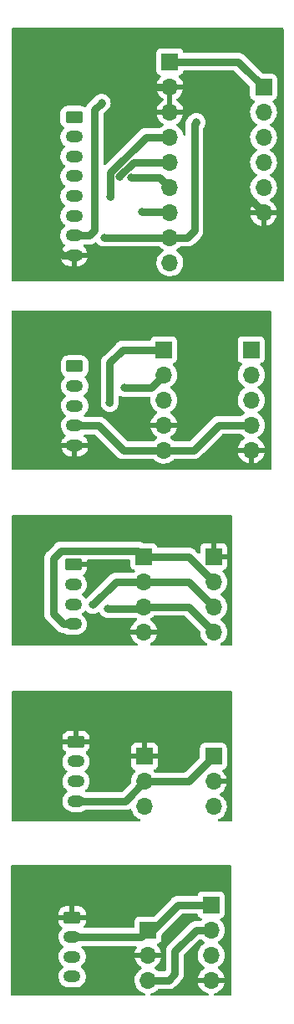
<source format=gbr>
%TF.GenerationSoftware,KiCad,Pcbnew,(6.0.1)*%
%TF.CreationDate,2022-11-29T19:46:15+01:00*%
%TF.ProjectId,ESPRocks,45535052-6f63-46b7-932e-6b696361645f,rev?*%
%TF.SameCoordinates,Original*%
%TF.FileFunction,Copper,L2,Bot*%
%TF.FilePolarity,Positive*%
%FSLAX46Y46*%
G04 Gerber Fmt 4.6, Leading zero omitted, Abs format (unit mm)*
G04 Created by KiCad (PCBNEW (6.0.1)) date 2022-11-29 19:46:15*
%MOMM*%
%LPD*%
G01*
G04 APERTURE LIST*
G04 Aperture macros list*
%AMRoundRect*
0 Rectangle with rounded corners*
0 $1 Rounding radius*
0 $2 $3 $4 $5 $6 $7 $8 $9 X,Y pos of 4 corners*
0 Add a 4 corners polygon primitive as box body*
4,1,4,$2,$3,$4,$5,$6,$7,$8,$9,$2,$3,0*
0 Add four circle primitives for the rounded corners*
1,1,$1+$1,$2,$3*
1,1,$1+$1,$4,$5*
1,1,$1+$1,$6,$7*
1,1,$1+$1,$8,$9*
0 Add four rect primitives between the rounded corners*
20,1,$1+$1,$2,$3,$4,$5,0*
20,1,$1+$1,$4,$5,$6,$7,0*
20,1,$1+$1,$6,$7,$8,$9,0*
20,1,$1+$1,$8,$9,$2,$3,0*%
G04 Aperture macros list end*
%TA.AperFunction,ComponentPad*%
%ADD10R,1.700000X1.700000*%
%TD*%
%TA.AperFunction,ComponentPad*%
%ADD11O,1.700000X1.700000*%
%TD*%
%TA.AperFunction,ComponentPad*%
%ADD12O,1.750000X1.200000*%
%TD*%
%TA.AperFunction,ComponentPad*%
%ADD13RoundRect,0.250000X-0.625000X0.350000X-0.625000X-0.350000X0.625000X-0.350000X0.625000X0.350000X0*%
%TD*%
%TA.AperFunction,ViaPad*%
%ADD14C,0.800000*%
%TD*%
%TA.AperFunction,Conductor*%
%ADD15C,0.800000*%
%TD*%
G04 APERTURE END LIST*
D10*
%TO.P,CN14,1,Pin_1*%
%TO.N,/A_Ad_Vcc*%
X85801200Y-62382400D03*
D11*
%TO.P,CN14,2,Pin_2*%
%TO.N,/A_Ad_GND*%
X85801200Y-64922400D03*
%TO.P,CN14,3,Pin_3*%
X85801200Y-67462400D03*
%TO.P,CN14,4,Pin_4*%
%TO.N,/A_Ad_GPIO22*%
X85801200Y-70002400D03*
%TO.P,CN14,5,Pin_5*%
%TO.N,/A_Ad_GPIO21*%
X85801200Y-72542400D03*
%TO.P,CN14,6,Pin_6*%
%TO.N,/A_Ad_GPIO23{slash}SPI_MOSI*%
X85801200Y-75082400D03*
%TO.P,CN14,7,Pin_7*%
%TO.N,/A_Ad_GPIO18{slash}SPI_SCK*%
X85801200Y-77622400D03*
%TO.P,CN14,8,Pin_8*%
%TO.N,/A_Ad_GPIO5*%
X85801200Y-80162400D03*
%TO.P,CN14,9,Pin_9*%
%TO.N,/A_Ad_GPIO19{slash}SPI_MISO*%
X85801200Y-82702400D03*
%TD*%
D10*
%TO.P,CN3,1,Pin_1*%
%TO.N,/AD_DE_Vcc_3*%
X83591000Y-150179800D03*
D11*
%TO.P,CN3,2,Pin_2*%
%TO.N,/AD_DE_GND_3*%
X83591000Y-152719800D03*
%TO.P,CN3,3,Pin_3*%
%TO.N,Net-(CN1-Pad4)*%
X83591000Y-155259800D03*
%TD*%
D10*
%TO.P,CN2,1,Pin_1*%
%TO.N,/AD_DE_Vcc_3*%
X89991800Y-147634800D03*
D11*
%TO.P,CN2,2,Pin_2*%
%TO.N,Net-(CN1-Pad4)*%
X89991800Y-150174800D03*
%TO.P,CN2,3,Pin_3*%
%TO.N,Net-(CN1-Pad3)*%
X89991800Y-152714800D03*
%TO.P,CN2,4,Pin_4*%
%TO.N,/AD_DE_GND_3*%
X89991800Y-155254800D03*
%TD*%
D12*
%TO.P,CN1,4,Pin_4*%
%TO.N,Net-(CN1-Pad4)*%
X75906800Y-154892000D03*
%TO.P,CN1,3,Pin_3*%
%TO.N,Net-(CN1-Pad3)*%
X75906800Y-152892000D03*
%TO.P,CN1,2,Pin_2*%
%TO.N,/AD_DE_Vcc_3*%
X75906800Y-150892000D03*
D13*
%TO.P,CN1,1,Pin_1*%
%TO.N,/AD_DE_GND_3*%
X75906800Y-148892000D03*
%TD*%
%TO.P,CN11,1,Pin_1*%
%TO.N,/AD_C_GPIO12*%
X76161200Y-93180400D03*
D12*
%TO.P,CN11,2,Pin_2*%
%TO.N,/AD_C_GPIO14*%
X76161200Y-95180400D03*
%TO.P,CN11,3,Pin_3*%
%TO.N,/AD_C_GPIO27*%
X76161200Y-97180400D03*
%TO.P,CN11,4,Pin_4*%
%TO.N,/AD_C_Vcc*%
X76161200Y-99180400D03*
%TO.P,CN11,5,Pin_5*%
%TO.N,/AD_C_GND*%
X76161200Y-101180400D03*
%TD*%
D13*
%TO.P,CN13,1,Pin_1*%
%TO.N,/AD_DE_GND_1*%
X75997200Y-113230400D03*
D12*
%TO.P,CN13,2,Pin_2*%
%TO.N,/AD_DE_Vcc_1*%
X75997200Y-115230400D03*
%TO.P,CN13,3,Pin_3*%
%TO.N,Net-(CN13-Pad3)*%
X75997200Y-117230400D03*
%TO.P,CN13,4,Pin_4*%
%TO.N,Net-(CN13-Pad4)*%
X75997200Y-119230400D03*
%TD*%
D10*
%TO.P,CN17,1,Pin_1*%
%TO.N,/AD_C_GPIO27*%
X85191200Y-91495400D03*
D11*
%TO.P,CN17,2,Pin_2*%
%TO.N,/AD_C_GPIO14*%
X85191200Y-94035400D03*
%TO.P,CN17,3,Pin_3*%
%TO.N,/AD_C_GPIO12*%
X85191200Y-96575400D03*
%TO.P,CN17,4,Pin_4*%
%TO.N,/AD_C_GND*%
X85191200Y-99115400D03*
%TO.P,CN17,5,Pin_5*%
%TO.N,/AD_C_Vcc*%
X85191200Y-101655400D03*
%TD*%
D10*
%TO.P,CN21,1,Pin_1*%
%TO.N,Net-(CN12-Pad4)*%
X90221200Y-132628400D03*
D11*
%TO.P,CN21,2,Pin_2*%
%TO.N,/AD_DE_GND_2*%
X90221200Y-135168400D03*
%TO.P,CN21,3,Pin_3*%
%TO.N,/AD_DE_Vcc_2*%
X90221200Y-137708400D03*
%TD*%
D10*
%TO.P,CN16,1,Pin_1*%
%TO.N,/AD_C_GPIO27*%
X94056200Y-91495400D03*
D11*
%TO.P,CN16,2,Pin_2*%
%TO.N,/AD_C_GPIO14*%
X94056200Y-94035400D03*
%TO.P,CN16,3,Pin_3*%
%TO.N,/AD_C_GPIO12*%
X94056200Y-96575400D03*
%TO.P,CN16,4,Pin_4*%
%TO.N,/AD_C_Vcc*%
X94056200Y-99115400D03*
%TO.P,CN16,5,Pin_5*%
%TO.N,/AD_C_GND*%
X94056200Y-101655400D03*
%TD*%
D10*
%TO.P,CN19,1,Pin_1*%
%TO.N,/AD_DE_GND_1*%
X90246600Y-112420400D03*
D11*
%TO.P,CN19,2,Pin_2*%
%TO.N,Net-(CN13-Pad4)*%
X90246600Y-114960400D03*
%TO.P,CN19,3,Pin_3*%
%TO.N,Net-(CN13-Pad3)*%
X90246600Y-117500400D03*
%TO.P,CN19,4,Pin_4*%
%TO.N,/AD_DE_Vcc_1*%
X90246600Y-120040400D03*
%TD*%
D10*
%TO.P,CN20,1,Pin_1*%
%TO.N,/AD_DE_GND_2*%
X83236200Y-132613400D03*
D11*
%TO.P,CN20,2,Pin_2*%
%TO.N,Net-(CN12-Pad4)*%
X83236200Y-135153400D03*
%TO.P,CN20,3,Pin_3*%
%TO.N,/AD_DE_Vcc_2*%
X83236200Y-137693400D03*
%TD*%
D10*
%TO.P,CN18,1,Pin_1*%
%TO.N,Net-(CN13-Pad4)*%
X83159200Y-112410000D03*
D11*
%TO.P,CN18,2,Pin_2*%
%TO.N,Net-(CN13-Pad3)*%
X83159200Y-114950000D03*
%TO.P,CN18,3,Pin_3*%
%TO.N,/AD_DE_Vcc_1*%
X83159200Y-117490000D03*
%TO.P,CN18,4,Pin_4*%
%TO.N,/AD_DE_GND_1*%
X83159200Y-120030000D03*
%TD*%
D10*
%TO.P,CN15,1,Pin_1*%
%TO.N,/A_Ad_Vcc*%
X95301200Y-64947400D03*
D11*
%TO.P,CN15,2,Pin_2*%
%TO.N,/A_Ad_GPIO5*%
X95301200Y-67487400D03*
%TO.P,CN15,3,Pin_3*%
%TO.N,/A_Ad_GPIO22*%
X95301200Y-70027400D03*
%TO.P,CN15,4,Pin_4*%
%TO.N,/A_Ad_GPIO21*%
X95301200Y-72567400D03*
%TO.P,CN15,5,Pin_5*%
%TO.N,/A_Ad_GPIO18{slash}SPI_SCK*%
X95301200Y-75107400D03*
%TO.P,CN15,6,Pin_6*%
%TO.N,/A_Ad_GND*%
X95301200Y-77647400D03*
%TD*%
D13*
%TO.P,CN10,1,Pin_1*%
%TO.N,/A_Ad_GPIO19{slash}SPI_MISO*%
X76085000Y-67955400D03*
D12*
%TO.P,CN10,2,Pin_2*%
%TO.N,/A_Ad_GPIO18{slash}SPI_SCK*%
X76085000Y-69955400D03*
%TO.P,CN10,3,Pin_3*%
%TO.N,/A_Ad_GPIO23{slash}SPI_MOSI*%
X76085000Y-71955400D03*
%TO.P,CN10,4,Pin_4*%
%TO.N,/A_Ad_GPIO21*%
X76085000Y-73955400D03*
%TO.P,CN10,5,Pin_5*%
%TO.N,/A_Ad_GPIO22*%
X76085000Y-75955400D03*
%TO.P,CN10,6,Pin_6*%
%TO.N,/A_Ad_GPIO5*%
X76085000Y-77955400D03*
%TO.P,CN10,7,Pin_7*%
%TO.N,/A_Ad_Vcc*%
X76085000Y-79955400D03*
%TO.P,CN10,8,Pin_8*%
%TO.N,/A_Ad_GND*%
X76085000Y-81955400D03*
%TD*%
D13*
%TO.P,CN12,1,Pin_1*%
%TO.N,/AD_DE_GND_2*%
X76288200Y-131137400D03*
D12*
%TO.P,CN12,2,Pin_2*%
%TO.N,/AD_DE_Vcc_2*%
X76288200Y-133137400D03*
%TO.P,CN12,3,Pin_3*%
%TO.N,unconnected-(CN12-Pad3)*%
X76288200Y-135137400D03*
%TO.P,CN12,4,Pin_4*%
%TO.N,Net-(CN12-Pad4)*%
X76288200Y-137137400D03*
%TD*%
D14*
%TO.N,/A_Ad_GPIO5*%
X88493600Y-68478400D03*
X79146400Y-80162400D03*
%TO.N,/A_Ad_Vcc*%
X78892400Y-66548000D03*
%TO.N,Net-(CN13-Pad3)*%
X77986600Y-117297200D03*
%TO.N,/A_Ad_GPIO18{slash}SPI_SCK*%
X83015800Y-77571600D03*
%TO.N,/A_Ad_GPIO21*%
X80729800Y-73964800D03*
%TO.N,/A_Ad_GPIO22*%
X79764600Y-75996800D03*
%TO.N,/A_Ad_GPIO23{slash}SPI_MOSI*%
X81847400Y-74066400D03*
%TO.N,/A_Ad_GND*%
X90026200Y-65125600D03*
%TO.N,/AD_C_GPIO27*%
X79713800Y-96875600D03*
%TO.N,/AD_C_GPIO14*%
X81187000Y-95351600D03*
%TO.N,/AD_DE_Vcc_1*%
X79510600Y-117703600D03*
%TD*%
D15*
%TO.N,/A_Ad_GPIO5*%
X87579200Y-80162400D02*
X85801200Y-80162400D01*
X88290400Y-79451200D02*
X87579200Y-80162400D01*
X88493600Y-68478400D02*
X88290400Y-68681600D01*
X88290400Y-68681600D02*
X88290400Y-79451200D01*
X79146400Y-80162400D02*
X85801200Y-80162400D01*
%TO.N,Net-(CN1-Pad4)*%
X86309200Y-154635200D02*
X85684600Y-155259800D01*
X86309200Y-152349200D02*
X86309200Y-154635200D01*
X88483600Y-150174800D02*
X86309200Y-152349200D01*
X89991800Y-150174800D02*
X88483600Y-150174800D01*
X85684600Y-155259800D02*
X83591000Y-155259800D01*
%TO.N,/AD_DE_Vcc_3*%
X83591000Y-150179800D02*
X84109800Y-150179800D01*
X84109800Y-150179800D02*
X86654800Y-147634800D01*
X86654800Y-147634800D02*
X89991800Y-147634800D01*
X82878800Y-150892000D02*
X83591000Y-150179800D01*
X75906800Y-150892000D02*
X82878800Y-150892000D01*
%TO.N,/A_Ad_Vcc*%
X78181200Y-67259200D02*
X78892400Y-66548000D01*
X78181200Y-72694800D02*
X78181200Y-67259200D01*
X78079600Y-79502000D02*
X78181200Y-79400400D01*
X77626200Y-79955400D02*
X78079600Y-79502000D01*
X78181200Y-79400400D02*
X78181200Y-72694800D01*
X76085000Y-79955400D02*
X77626200Y-79955400D01*
%TO.N,Net-(CN12-Pad4)*%
X87696200Y-135153400D02*
X90221200Y-132628400D01*
X76288200Y-137137400D02*
X81252200Y-137137400D01*
X83236200Y-135153400D02*
X87696200Y-135153400D01*
X81252200Y-137137400D02*
X83236200Y-135153400D01*
%TO.N,Net-(CN13-Pad4)*%
X83159200Y-112410000D02*
X87696200Y-112410000D01*
X75997200Y-119230400D02*
X74992200Y-119230400D01*
X73973400Y-118211600D02*
X73973400Y-112623600D01*
X82560000Y-111810800D02*
X83159200Y-112410000D01*
X74786200Y-111810800D02*
X82560000Y-111810800D01*
X87696200Y-112410000D02*
X90246600Y-114960400D01*
X74992200Y-119230400D02*
X73973400Y-118211600D01*
X73973400Y-112623600D02*
X74786200Y-111810800D01*
%TO.N,Net-(CN13-Pad3)*%
X83159200Y-114950000D02*
X87696200Y-114950000D01*
X77986600Y-117297200D02*
X80333800Y-114950000D01*
X80333800Y-114950000D02*
X83159200Y-114950000D01*
X87696200Y-114950000D02*
X90246600Y-117500400D01*
%TO.N,/A_Ad_GPIO18{slash}SPI_SCK*%
X85750400Y-77571600D02*
X85801200Y-77622400D01*
X83015800Y-77571600D02*
X85750400Y-77571600D01*
%TO.N,/A_Ad_GPIO21*%
X82099287Y-72542400D02*
X85801200Y-72542400D01*
X80729800Y-73911887D02*
X82099287Y-72542400D01*
X80729800Y-73964800D02*
X80729800Y-73911887D01*
%TO.N,/A_Ad_GPIO22*%
X83367173Y-70002400D02*
X85801200Y-70002400D01*
X79764600Y-75996800D02*
X79764600Y-73604973D01*
X79764600Y-73604973D02*
X83367173Y-70002400D01*
%TO.N,/A_Ad_GPIO23{slash}SPI_MOSI*%
X81847400Y-74066400D02*
X84785200Y-74066400D01*
X84785200Y-74066400D02*
X85801200Y-75082400D01*
%TO.N,/A_Ad_Vcc*%
X85801200Y-62382400D02*
X92736200Y-62382400D01*
X92736200Y-62382400D02*
X95301200Y-64947400D01*
%TO.N,/A_Ad_GND*%
X73770200Y-80772000D02*
X73770200Y-66395600D01*
X74953600Y-81955400D02*
X73770200Y-80772000D01*
X75243400Y-64922400D02*
X85801200Y-64922400D01*
X90026200Y-72372400D02*
X95301200Y-77647400D01*
X90026200Y-65125600D02*
X90026200Y-72372400D01*
X73770200Y-66395600D02*
X75243400Y-64922400D01*
X76085000Y-81955400D02*
X74953600Y-81955400D01*
%TO.N,/AD_C_GPIO27*%
X79713800Y-96875600D02*
X79713800Y-92811600D01*
X79713800Y-92811600D02*
X81030000Y-91495400D01*
X81030000Y-91495400D02*
X85191200Y-91495400D01*
%TO.N,/AD_C_GPIO14*%
X83875000Y-95351600D02*
X85191200Y-94035400D01*
X81187000Y-95351600D02*
X83875000Y-95351600D01*
%TO.N,/AD_C_Vcc*%
X76161200Y-99180400D02*
X78615000Y-99180400D01*
X78615000Y-99180400D02*
X81090000Y-101655400D01*
X81090000Y-101655400D02*
X85191200Y-101655400D01*
X88192800Y-101655400D02*
X90732800Y-99115400D01*
X90732800Y-99115400D02*
X94056200Y-99115400D01*
X85191200Y-101655400D02*
X88192800Y-101655400D01*
%TO.N,/AD_DE_Vcc_1*%
X87696200Y-117490000D02*
X90246600Y-120040400D01*
X83159200Y-117490000D02*
X87696200Y-117490000D01*
X79510600Y-117703600D02*
X82945600Y-117703600D01*
X82945600Y-117703600D02*
X83159200Y-117490000D01*
%TD*%
%TA.AperFunction,Conductor*%
%TO.N,/AD_C_GND*%
G36*
X96005321Y-87548402D02*
G01*
X96051814Y-87602058D01*
X96063200Y-87654400D01*
X96063200Y-103531400D01*
X96043198Y-103599521D01*
X95989542Y-103646014D01*
X95937200Y-103657400D01*
X69900200Y-103657400D01*
X69832079Y-103637398D01*
X69785586Y-103583742D01*
X69774200Y-103531400D01*
X69774200Y-101447799D01*
X74810912Y-101447799D01*
X74832394Y-101536937D01*
X74836283Y-101548232D01*
X74918829Y-101729782D01*
X74924776Y-101740124D01*
X75040168Y-101902797D01*
X75047961Y-101911825D01*
X75192031Y-102049742D01*
X75201396Y-102057138D01*
X75368941Y-102165321D01*
X75379545Y-102170817D01*
X75564512Y-102245361D01*
X75575970Y-102248755D01*
X75773128Y-102287257D01*
X75781991Y-102288334D01*
X75784700Y-102288400D01*
X75889085Y-102288400D01*
X75904324Y-102283925D01*
X75905529Y-102282535D01*
X75907200Y-102274852D01*
X75907200Y-102270285D01*
X76415200Y-102270285D01*
X76419675Y-102285524D01*
X76421065Y-102286729D01*
X76428748Y-102288400D01*
X76486032Y-102288400D01*
X76492008Y-102288115D01*
X76640694Y-102273929D01*
X76652428Y-102271670D01*
X76843799Y-102215528D01*
X76854875Y-102211098D01*
X77032178Y-102119781D01*
X77042224Y-102113331D01*
X77199057Y-101990138D01*
X77207706Y-101981901D01*
X77338412Y-101831277D01*
X77345347Y-101821553D01*
X77445210Y-101648933D01*
X77450184Y-101638069D01*
X77515607Y-101449673D01*
X77515848Y-101448684D01*
X77514380Y-101438392D01*
X77500815Y-101434400D01*
X76433315Y-101434400D01*
X76418076Y-101438875D01*
X76416871Y-101440265D01*
X76415200Y-101447948D01*
X76415200Y-102270285D01*
X75907200Y-102270285D01*
X75907200Y-101452515D01*
X75902725Y-101437276D01*
X75901335Y-101436071D01*
X75893652Y-101434400D01*
X74825798Y-101434400D01*
X74812267Y-101438373D01*
X74810912Y-101447799D01*
X69774200Y-101447799D01*
X69774200Y-99126004D01*
X74773987Y-99126004D01*
X74783767Y-99337299D01*
X74785171Y-99343124D01*
X74785171Y-99343125D01*
X74829648Y-99527675D01*
X74833325Y-99542934D01*
X74920874Y-99735487D01*
X75043254Y-99908011D01*
X75196050Y-100054281D01*
X75201081Y-100057530D01*
X75201088Y-100057535D01*
X75228807Y-100075433D01*
X75275184Y-100129189D01*
X75285137Y-100199485D01*
X75255504Y-100264002D01*
X75238291Y-100280370D01*
X75123343Y-100370662D01*
X75114694Y-100378899D01*
X74983988Y-100529523D01*
X74977053Y-100539247D01*
X74877190Y-100711867D01*
X74872216Y-100722731D01*
X74806793Y-100911127D01*
X74806552Y-100912116D01*
X74808020Y-100922408D01*
X74821585Y-100926400D01*
X77496602Y-100926400D01*
X77510133Y-100922427D01*
X77511488Y-100913001D01*
X77490006Y-100823863D01*
X77486117Y-100812568D01*
X77403571Y-100631018D01*
X77397624Y-100620676D01*
X77282232Y-100458003D01*
X77274439Y-100448975D01*
X77126039Y-100306913D01*
X77127711Y-100305166D01*
X77092757Y-100255870D01*
X77089522Y-100184947D01*
X77125144Y-100123534D01*
X77188314Y-100091129D01*
X77211910Y-100088900D01*
X78186497Y-100088900D01*
X78254618Y-100108902D01*
X78275592Y-100125805D01*
X80390019Y-102240232D01*
X80402860Y-102255265D01*
X80411134Y-102266653D01*
X80416043Y-102271073D01*
X80461959Y-102312416D01*
X80466744Y-102316957D01*
X80481259Y-102331472D01*
X80483823Y-102333548D01*
X80497216Y-102344394D01*
X80502231Y-102348678D01*
X80548145Y-102390019D01*
X80548150Y-102390023D01*
X80553056Y-102394440D01*
X80558772Y-102397740D01*
X80558776Y-102397743D01*
X80565237Y-102401473D01*
X80581533Y-102412673D01*
X80592470Y-102421529D01*
X80598348Y-102424524D01*
X80598351Y-102424526D01*
X80653426Y-102452588D01*
X80659223Y-102455736D01*
X80712721Y-102486623D01*
X80718444Y-102489927D01*
X80731826Y-102494275D01*
X80750085Y-102501838D01*
X80762630Y-102508230D01*
X80769000Y-102509937D01*
X80769003Y-102509938D01*
X80808074Y-102520407D01*
X80828712Y-102525937D01*
X80835025Y-102527807D01*
X80900072Y-102548942D01*
X80914075Y-102550414D01*
X80933504Y-102554015D01*
X80947097Y-102557657D01*
X80953694Y-102558003D01*
X80953696Y-102558003D01*
X81015384Y-102561236D01*
X81021958Y-102561753D01*
X81039116Y-102563556D01*
X81039118Y-102563556D01*
X81042390Y-102563900D01*
X81062926Y-102563900D01*
X81069520Y-102564073D01*
X81131218Y-102567307D01*
X81131223Y-102567307D01*
X81137810Y-102567652D01*
X81144326Y-102566620D01*
X81144327Y-102566620D01*
X81151707Y-102565451D01*
X81171417Y-102563900D01*
X84123211Y-102563900D01*
X84191332Y-102583902D01*
X84218448Y-102607402D01*
X84234064Y-102625430D01*
X84234069Y-102625435D01*
X84237450Y-102629338D01*
X84409326Y-102772032D01*
X84602200Y-102884738D01*
X84810892Y-102964430D01*
X84815960Y-102965461D01*
X84815963Y-102965462D01*
X84911062Y-102984810D01*
X85029797Y-103008967D01*
X85034972Y-103009157D01*
X85034974Y-103009157D01*
X85247873Y-103016964D01*
X85247877Y-103016964D01*
X85253037Y-103017153D01*
X85258157Y-103016497D01*
X85258159Y-103016497D01*
X85469488Y-102989425D01*
X85469489Y-102989425D01*
X85474616Y-102988768D01*
X85479566Y-102987283D01*
X85683629Y-102926061D01*
X85683634Y-102926059D01*
X85688584Y-102924574D01*
X85889194Y-102826296D01*
X86071060Y-102696573D01*
X86167320Y-102600648D01*
X86229690Y-102566733D01*
X86256259Y-102563900D01*
X88111383Y-102563900D01*
X88131092Y-102565451D01*
X88144990Y-102567652D01*
X88151577Y-102567307D01*
X88151582Y-102567307D01*
X88213280Y-102564073D01*
X88219874Y-102563900D01*
X88240410Y-102563900D01*
X88243682Y-102563556D01*
X88243684Y-102563556D01*
X88260842Y-102561753D01*
X88267416Y-102561236D01*
X88329108Y-102558003D01*
X88329112Y-102558002D01*
X88335703Y-102557657D01*
X88342084Y-102555947D01*
X88342086Y-102555947D01*
X88349291Y-102554017D01*
X88368725Y-102550415D01*
X88376154Y-102549634D01*
X88376163Y-102549632D01*
X88382728Y-102548942D01*
X88447797Y-102527800D01*
X88454099Y-102525933D01*
X88520170Y-102508229D01*
X88532708Y-102501840D01*
X88550974Y-102494275D01*
X88558072Y-102491969D01*
X88558074Y-102491968D01*
X88564356Y-102489927D01*
X88623585Y-102455731D01*
X88629379Y-102452585D01*
X88690330Y-102421529D01*
X88701267Y-102412673D01*
X88717563Y-102401473D01*
X88724024Y-102397743D01*
X88724028Y-102397740D01*
X88729744Y-102394440D01*
X88734650Y-102390023D01*
X88734655Y-102390019D01*
X88780569Y-102348678D01*
X88785584Y-102344394D01*
X88798977Y-102333548D01*
X88801541Y-102331472D01*
X88816056Y-102316957D01*
X88820841Y-102312416D01*
X88866757Y-102271073D01*
X88871666Y-102266653D01*
X88879940Y-102255265D01*
X88892781Y-102240232D01*
X89209647Y-101923366D01*
X92724457Y-101923366D01*
X92754765Y-102057846D01*
X92757845Y-102067675D01*
X92837970Y-102265003D01*
X92842613Y-102274194D01*
X92953894Y-102455788D01*
X92959977Y-102464099D01*
X93099413Y-102625067D01*
X93106780Y-102632283D01*
X93270634Y-102768316D01*
X93279081Y-102774231D01*
X93462956Y-102881679D01*
X93472242Y-102886129D01*
X93671201Y-102962103D01*
X93681099Y-102964979D01*
X93784450Y-102986006D01*
X93798499Y-102984810D01*
X93802200Y-102974465D01*
X93802200Y-102973917D01*
X94310200Y-102973917D01*
X94314264Y-102987759D01*
X94327678Y-102989793D01*
X94334384Y-102988934D01*
X94344462Y-102986792D01*
X94548455Y-102925591D01*
X94558042Y-102921833D01*
X94749295Y-102828139D01*
X94758145Y-102822864D01*
X94931528Y-102699192D01*
X94939400Y-102692539D01*
X95090252Y-102542212D01*
X95096930Y-102534365D01*
X95221203Y-102361420D01*
X95226513Y-102352583D01*
X95320870Y-102161667D01*
X95324669Y-102152072D01*
X95386577Y-101948310D01*
X95388755Y-101938237D01*
X95390186Y-101927362D01*
X95387975Y-101913178D01*
X95374817Y-101909400D01*
X94328315Y-101909400D01*
X94313076Y-101913875D01*
X94311871Y-101915265D01*
X94310200Y-101922948D01*
X94310200Y-102973917D01*
X93802200Y-102973917D01*
X93802200Y-101927515D01*
X93797725Y-101912276D01*
X93796335Y-101911071D01*
X93788652Y-101909400D01*
X92739425Y-101909400D01*
X92725894Y-101913373D01*
X92724457Y-101923366D01*
X89209647Y-101923366D01*
X91072208Y-100060805D01*
X91134520Y-100026779D01*
X91161303Y-100023900D01*
X92988211Y-100023900D01*
X93056332Y-100043902D01*
X93083448Y-100067402D01*
X93099064Y-100085430D01*
X93099069Y-100085435D01*
X93102450Y-100089338D01*
X93274326Y-100232032D01*
X93315120Y-100255870D01*
X93348155Y-100275174D01*
X93396879Y-100326812D01*
X93409950Y-100396595D01*
X93383219Y-100462367D01*
X93342762Y-100495727D01*
X93334657Y-100499946D01*
X93325938Y-100505436D01*
X93155633Y-100633305D01*
X93147926Y-100640148D01*
X93000790Y-100794117D01*
X92994304Y-100802127D01*
X92874298Y-100978049D01*
X92869200Y-100987023D01*
X92779538Y-101180183D01*
X92775975Y-101189870D01*
X92720589Y-101389583D01*
X92722112Y-101398007D01*
X92734492Y-101401400D01*
X95374544Y-101401400D01*
X95388075Y-101397427D01*
X95389380Y-101388347D01*
X95347414Y-101221275D01*
X95344094Y-101211524D01*
X95259172Y-101016214D01*
X95254305Y-101007139D01*
X95138626Y-100828326D01*
X95132336Y-100820157D01*
X94989006Y-100662640D01*
X94981473Y-100655615D01*
X94814339Y-100523622D01*
X94805756Y-100517920D01*
X94768802Y-100497520D01*
X94718831Y-100447087D01*
X94704059Y-100377645D01*
X94729175Y-100311239D01*
X94756527Y-100284632D01*
X94807763Y-100248086D01*
X94936060Y-100156573D01*
X95094296Y-99998889D01*
X95224653Y-99817477D01*
X95262760Y-99740374D01*
X95321336Y-99621853D01*
X95321337Y-99621851D01*
X95323630Y-99617211D01*
X95388570Y-99403469D01*
X95417729Y-99181990D01*
X95417811Y-99178640D01*
X95419274Y-99118765D01*
X95419274Y-99118761D01*
X95419356Y-99115400D01*
X95401052Y-98892761D01*
X95346631Y-98676102D01*
X95257554Y-98471240D01*
X95199642Y-98381721D01*
X95139022Y-98288017D01*
X95139020Y-98288014D01*
X95136214Y-98283677D01*
X94985870Y-98118451D01*
X94981819Y-98115252D01*
X94981815Y-98115248D01*
X94814614Y-97983200D01*
X94814610Y-97983198D01*
X94810559Y-97979998D01*
X94769253Y-97957196D01*
X94719284Y-97906764D01*
X94704512Y-97837321D01*
X94729628Y-97770916D01*
X94756980Y-97744309D01*
X94800803Y-97713050D01*
X94936060Y-97616573D01*
X95094296Y-97458889D01*
X95153794Y-97376089D01*
X95221635Y-97281677D01*
X95224653Y-97277477D01*
X95239639Y-97247156D01*
X95321336Y-97081853D01*
X95321337Y-97081851D01*
X95323630Y-97077211D01*
X95388570Y-96863469D01*
X95417729Y-96641990D01*
X95418003Y-96630768D01*
X95419274Y-96578765D01*
X95419274Y-96578761D01*
X95419356Y-96575400D01*
X95401052Y-96352761D01*
X95346631Y-96136102D01*
X95257554Y-95931240D01*
X95190142Y-95827037D01*
X95139022Y-95748017D01*
X95139020Y-95748014D01*
X95136214Y-95743677D01*
X94985870Y-95578451D01*
X94981819Y-95575252D01*
X94981815Y-95575248D01*
X94814614Y-95443200D01*
X94814610Y-95443198D01*
X94810559Y-95439998D01*
X94769253Y-95417196D01*
X94719284Y-95366764D01*
X94704512Y-95297321D01*
X94729628Y-95230916D01*
X94756980Y-95204309D01*
X94800803Y-95173050D01*
X94936060Y-95076573D01*
X95094296Y-94918889D01*
X95153794Y-94836089D01*
X95221635Y-94741677D01*
X95224653Y-94737477D01*
X95234846Y-94716854D01*
X95321336Y-94541853D01*
X95321337Y-94541851D01*
X95323630Y-94537211D01*
X95374341Y-94370301D01*
X95387065Y-94328423D01*
X95387065Y-94328421D01*
X95388570Y-94323469D01*
X95417729Y-94101990D01*
X95419356Y-94035400D01*
X95401052Y-93812761D01*
X95346631Y-93596102D01*
X95257554Y-93391240D01*
X95136214Y-93203677D01*
X95121870Y-93187913D01*
X94988998Y-93041888D01*
X94957946Y-92978042D01*
X94966341Y-92907543D01*
X95011517Y-92852775D01*
X95037961Y-92839106D01*
X95144497Y-92799167D01*
X95152905Y-92796015D01*
X95269461Y-92708661D01*
X95356815Y-92592105D01*
X95407945Y-92455716D01*
X95414700Y-92393534D01*
X95414700Y-90597266D01*
X95407945Y-90535084D01*
X95356815Y-90398695D01*
X95269461Y-90282139D01*
X95152905Y-90194785D01*
X95016516Y-90143655D01*
X94954334Y-90136900D01*
X93158066Y-90136900D01*
X93095884Y-90143655D01*
X92959495Y-90194785D01*
X92842939Y-90282139D01*
X92755585Y-90398695D01*
X92704455Y-90535084D01*
X92697700Y-90597266D01*
X92697700Y-92393534D01*
X92704455Y-92455716D01*
X92755585Y-92592105D01*
X92842939Y-92708661D01*
X92959495Y-92796015D01*
X92967904Y-92799167D01*
X92967905Y-92799168D01*
X93076651Y-92839935D01*
X93133416Y-92882576D01*
X93158116Y-92949138D01*
X93142909Y-93018487D01*
X93123516Y-93044968D01*
X92996829Y-93177538D01*
X92870943Y-93362080D01*
X92776888Y-93564705D01*
X92717189Y-93779970D01*
X92693451Y-94002095D01*
X92693748Y-94007248D01*
X92693748Y-94007251D01*
X92702753Y-94163432D01*
X92706310Y-94225115D01*
X92707447Y-94230161D01*
X92707448Y-94230167D01*
X92710857Y-94245293D01*
X92755422Y-94443039D01*
X92839466Y-94650016D01*
X92842165Y-94654420D01*
X92945899Y-94823699D01*
X92956187Y-94840488D01*
X93102450Y-95009338D01*
X93274326Y-95152032D01*
X93344795Y-95193211D01*
X93347645Y-95194876D01*
X93396369Y-95246514D01*
X93409440Y-95316297D01*
X93382709Y-95382069D01*
X93342255Y-95415427D01*
X93329807Y-95421907D01*
X93325674Y-95425010D01*
X93325671Y-95425012D01*
X93161339Y-95548396D01*
X93151165Y-95556035D01*
X92996829Y-95717538D01*
X92870943Y-95902080D01*
X92855203Y-95935990D01*
X92780425Y-96097086D01*
X92776888Y-96104705D01*
X92717189Y-96319970D01*
X92693451Y-96542095D01*
X92693748Y-96547248D01*
X92693748Y-96547251D01*
X92699211Y-96641990D01*
X92706310Y-96765115D01*
X92707447Y-96770161D01*
X92707448Y-96770167D01*
X92721959Y-96834555D01*
X92755422Y-96983039D01*
X92839466Y-97190016D01*
X92956187Y-97380488D01*
X93102450Y-97549338D01*
X93274326Y-97692032D01*
X93344795Y-97733211D01*
X93347645Y-97734876D01*
X93396369Y-97786514D01*
X93409440Y-97856297D01*
X93382709Y-97922069D01*
X93342255Y-97955427D01*
X93329807Y-97961907D01*
X93325674Y-97965010D01*
X93325671Y-97965012D01*
X93155300Y-98092930D01*
X93151165Y-98096035D01*
X93126095Y-98122270D01*
X93082441Y-98167951D01*
X93020917Y-98203381D01*
X92991347Y-98206900D01*
X90814216Y-98206900D01*
X90794507Y-98205349D01*
X90780609Y-98203148D01*
X90774022Y-98203493D01*
X90774017Y-98203493D01*
X90712319Y-98206727D01*
X90705725Y-98206900D01*
X90685190Y-98206900D01*
X90679022Y-98207548D01*
X90664760Y-98209047D01*
X90658185Y-98209564D01*
X90596496Y-98212797D01*
X90596495Y-98212797D01*
X90589896Y-98213143D01*
X90576308Y-98216784D01*
X90556861Y-98220388D01*
X90549444Y-98221167D01*
X90549440Y-98221168D01*
X90542872Y-98221858D01*
X90486076Y-98240312D01*
X90477809Y-98242998D01*
X90471485Y-98244871D01*
X90411810Y-98260861D01*
X90411806Y-98260862D01*
X90405430Y-98262571D01*
X90393808Y-98268493D01*
X90392893Y-98268959D01*
X90374626Y-98276525D01*
X90367528Y-98278831D01*
X90367526Y-98278832D01*
X90361244Y-98280873D01*
X90355522Y-98284177D01*
X90355521Y-98284177D01*
X90302023Y-98315064D01*
X90296226Y-98318212D01*
X90241152Y-98346273D01*
X90241149Y-98346275D01*
X90235269Y-98349271D01*
X90224326Y-98358133D01*
X90208037Y-98369327D01*
X90195856Y-98376360D01*
X90190950Y-98380777D01*
X90190945Y-98380781D01*
X90145021Y-98422131D01*
X90140020Y-98426403D01*
X90124059Y-98439328D01*
X90109544Y-98453843D01*
X90104759Y-98458384D01*
X90053934Y-98504147D01*
X90050055Y-98509486D01*
X90050054Y-98509487D01*
X90045660Y-98515535D01*
X90032819Y-98530568D01*
X87853392Y-100709995D01*
X87791080Y-100744021D01*
X87764297Y-100746900D01*
X86257056Y-100746900D01*
X86188935Y-100726898D01*
X86163862Y-100705699D01*
X86124348Y-100662273D01*
X86124346Y-100662271D01*
X86120870Y-100658451D01*
X86057800Y-100608641D01*
X85949614Y-100523200D01*
X85949610Y-100523198D01*
X85945559Y-100519998D01*
X85903769Y-100496929D01*
X85853798Y-100446497D01*
X85839026Y-100377054D01*
X85864142Y-100310648D01*
X85891494Y-100284041D01*
X86066528Y-100159192D01*
X86074400Y-100152539D01*
X86225252Y-100002212D01*
X86231930Y-99994365D01*
X86356203Y-99821420D01*
X86361513Y-99812583D01*
X86455870Y-99621667D01*
X86459669Y-99612072D01*
X86521577Y-99408310D01*
X86523755Y-99398237D01*
X86525186Y-99387362D01*
X86522975Y-99373178D01*
X86509817Y-99369400D01*
X83874425Y-99369400D01*
X83860894Y-99373373D01*
X83859457Y-99383366D01*
X83889765Y-99517846D01*
X83892845Y-99527675D01*
X83972970Y-99725003D01*
X83977613Y-99734194D01*
X84088894Y-99915788D01*
X84094977Y-99924099D01*
X84234413Y-100085067D01*
X84241780Y-100092283D01*
X84405634Y-100228316D01*
X84414081Y-100234231D01*
X84483169Y-100274603D01*
X84531893Y-100326242D01*
X84544964Y-100396025D01*
X84518233Y-100461796D01*
X84477784Y-100495152D01*
X84464807Y-100501907D01*
X84460674Y-100505010D01*
X84460671Y-100505012D01*
X84306621Y-100620676D01*
X84286165Y-100636035D01*
X84261092Y-100662273D01*
X84217441Y-100707951D01*
X84155917Y-100743381D01*
X84126347Y-100746900D01*
X81518503Y-100746900D01*
X81450382Y-100726898D01*
X81429408Y-100709995D01*
X79314981Y-98595568D01*
X79302140Y-98580535D01*
X79297746Y-98574487D01*
X79297745Y-98574486D01*
X79293866Y-98569147D01*
X79243041Y-98523384D01*
X79238256Y-98518843D01*
X79223741Y-98504328D01*
X79216282Y-98498288D01*
X79207784Y-98491406D01*
X79202769Y-98487122D01*
X79156855Y-98445781D01*
X79156850Y-98445777D01*
X79151944Y-98441360D01*
X79146228Y-98438060D01*
X79146224Y-98438057D01*
X79139763Y-98434327D01*
X79123466Y-98423127D01*
X79117660Y-98418425D01*
X79117658Y-98418424D01*
X79112530Y-98414271D01*
X79051577Y-98383214D01*
X79045782Y-98380067D01*
X78992279Y-98349177D01*
X78992278Y-98349176D01*
X78986556Y-98345873D01*
X78980274Y-98343832D01*
X78980272Y-98343831D01*
X78973174Y-98341525D01*
X78954907Y-98333959D01*
X78942370Y-98327571D01*
X78876299Y-98309867D01*
X78869997Y-98308000D01*
X78804928Y-98286858D01*
X78798363Y-98286168D01*
X78798354Y-98286166D01*
X78790925Y-98285385D01*
X78771491Y-98281783D01*
X78764286Y-98279853D01*
X78764284Y-98279853D01*
X78757903Y-98278143D01*
X78751312Y-98277798D01*
X78751308Y-98277797D01*
X78689616Y-98274564D01*
X78683042Y-98274047D01*
X78665884Y-98272244D01*
X78665882Y-98272244D01*
X78662610Y-98271900D01*
X78642074Y-98271900D01*
X78635480Y-98271727D01*
X78573782Y-98268493D01*
X78573777Y-98268493D01*
X78567190Y-98268148D01*
X78553292Y-98270349D01*
X78533583Y-98271900D01*
X77205547Y-98271900D01*
X77137426Y-98251898D01*
X77090933Y-98198242D01*
X77080829Y-98127968D01*
X77110323Y-98063388D01*
X77127714Y-98046814D01*
X77199402Y-97990502D01*
X77204120Y-97986796D01*
X77208052Y-97982265D01*
X77208055Y-97982262D01*
X77338821Y-97831567D01*
X77342752Y-97827037D01*
X77345752Y-97821851D01*
X77345755Y-97821847D01*
X77445667Y-97649142D01*
X77448673Y-97643946D01*
X77518061Y-97444129D01*
X77527289Y-97380488D01*
X77547552Y-97240736D01*
X77547552Y-97240733D01*
X77548413Y-97234796D01*
X77538633Y-97023501D01*
X77502989Y-96875600D01*
X78800296Y-96875600D01*
X78805300Y-96923210D01*
X78820258Y-97065528D01*
X78822298Y-97071805D01*
X78822298Y-97071807D01*
X78854034Y-97169480D01*
X78879273Y-97247156D01*
X78882576Y-97252878D01*
X78882577Y-97252879D01*
X78896779Y-97277477D01*
X78974760Y-97412544D01*
X78979178Y-97417451D01*
X78979179Y-97417452D01*
X79097930Y-97549338D01*
X79102547Y-97554466D01*
X79257048Y-97666718D01*
X79263076Y-97669402D01*
X79263078Y-97669403D01*
X79399254Y-97730032D01*
X79431512Y-97744394D01*
X79524913Y-97764247D01*
X79611856Y-97782728D01*
X79611861Y-97782728D01*
X79618313Y-97784100D01*
X79809287Y-97784100D01*
X79815739Y-97782728D01*
X79815744Y-97782728D01*
X79902687Y-97764247D01*
X79996088Y-97744394D01*
X80028346Y-97730032D01*
X80164522Y-97669403D01*
X80164524Y-97669402D01*
X80170552Y-97666718D01*
X80325053Y-97554466D01*
X80329670Y-97549338D01*
X80448421Y-97417452D01*
X80448422Y-97417451D01*
X80452840Y-97412544D01*
X80530821Y-97277477D01*
X80545023Y-97252879D01*
X80545024Y-97252878D01*
X80548327Y-97247156D01*
X80607342Y-97065528D01*
X80622300Y-96923210D01*
X80627304Y-96875600D01*
X80622990Y-96834555D01*
X80622300Y-96821384D01*
X80622300Y-96292853D01*
X80642302Y-96224732D01*
X80695958Y-96178239D01*
X80766232Y-96168135D01*
X80803323Y-96180975D01*
X80803695Y-96180140D01*
X80809722Y-96182824D01*
X80815444Y-96186127D01*
X80821727Y-96188168D01*
X80821728Y-96188169D01*
X80854696Y-96198881D01*
X80866994Y-96203601D01*
X80904712Y-96220394D01*
X80911165Y-96221766D01*
X80911169Y-96221767D01*
X80945080Y-96228975D01*
X80957817Y-96232388D01*
X80990791Y-96243102D01*
X80990798Y-96243103D01*
X80997072Y-96245142D01*
X81003633Y-96245832D01*
X81003635Y-96245832D01*
X81017690Y-96247309D01*
X81038128Y-96249457D01*
X81051136Y-96251518D01*
X81091513Y-96260100D01*
X83718404Y-96260100D01*
X83786525Y-96280102D01*
X83833018Y-96333758D01*
X83843691Y-96399489D01*
X83828451Y-96542095D01*
X83828748Y-96547248D01*
X83828748Y-96547251D01*
X83834211Y-96641990D01*
X83841310Y-96765115D01*
X83842447Y-96770161D01*
X83842448Y-96770167D01*
X83856959Y-96834555D01*
X83890422Y-96983039D01*
X83974466Y-97190016D01*
X84091187Y-97380488D01*
X84237450Y-97549338D01*
X84409326Y-97692032D01*
X84482645Y-97734876D01*
X84483155Y-97735174D01*
X84531879Y-97786812D01*
X84544950Y-97856595D01*
X84518219Y-97922367D01*
X84477762Y-97955727D01*
X84469657Y-97959946D01*
X84460938Y-97965436D01*
X84290633Y-98093305D01*
X84282926Y-98100148D01*
X84135790Y-98254117D01*
X84129304Y-98262127D01*
X84009298Y-98438049D01*
X84004200Y-98447023D01*
X83914538Y-98640183D01*
X83910975Y-98649870D01*
X83855589Y-98849583D01*
X83857112Y-98858007D01*
X83869492Y-98861400D01*
X86509544Y-98861400D01*
X86523075Y-98857427D01*
X86524380Y-98848347D01*
X86482414Y-98681275D01*
X86479094Y-98671524D01*
X86394172Y-98476214D01*
X86389305Y-98467139D01*
X86273626Y-98288326D01*
X86267336Y-98280157D01*
X86124006Y-98122640D01*
X86116473Y-98115615D01*
X85949339Y-97983622D01*
X85940756Y-97977920D01*
X85903802Y-97957520D01*
X85853831Y-97907087D01*
X85839059Y-97837645D01*
X85864175Y-97771239D01*
X85891527Y-97744632D01*
X85914997Y-97727891D01*
X86071060Y-97616573D01*
X86229296Y-97458889D01*
X86288794Y-97376089D01*
X86356635Y-97281677D01*
X86359653Y-97277477D01*
X86374639Y-97247156D01*
X86456336Y-97081853D01*
X86456337Y-97081851D01*
X86458630Y-97077211D01*
X86523570Y-96863469D01*
X86552729Y-96641990D01*
X86553003Y-96630768D01*
X86554274Y-96578765D01*
X86554274Y-96578761D01*
X86554356Y-96575400D01*
X86536052Y-96352761D01*
X86481631Y-96136102D01*
X86392554Y-95931240D01*
X86325142Y-95827037D01*
X86274022Y-95748017D01*
X86274020Y-95748014D01*
X86271214Y-95743677D01*
X86120870Y-95578451D01*
X86116819Y-95575252D01*
X86116815Y-95575248D01*
X85949614Y-95443200D01*
X85949610Y-95443198D01*
X85945559Y-95439998D01*
X85904253Y-95417196D01*
X85854284Y-95366764D01*
X85839512Y-95297321D01*
X85864628Y-95230916D01*
X85891980Y-95204309D01*
X85935803Y-95173050D01*
X86071060Y-95076573D01*
X86229296Y-94918889D01*
X86288794Y-94836089D01*
X86356635Y-94741677D01*
X86359653Y-94737477D01*
X86369846Y-94716854D01*
X86456336Y-94541853D01*
X86456337Y-94541851D01*
X86458630Y-94537211D01*
X86509341Y-94370301D01*
X86522065Y-94328423D01*
X86522065Y-94328421D01*
X86523570Y-94323469D01*
X86552729Y-94101990D01*
X86554356Y-94035400D01*
X86536052Y-93812761D01*
X86481631Y-93596102D01*
X86392554Y-93391240D01*
X86271214Y-93203677D01*
X86256870Y-93187913D01*
X86123998Y-93041888D01*
X86092946Y-92978042D01*
X86101341Y-92907543D01*
X86146517Y-92852775D01*
X86172961Y-92839106D01*
X86279497Y-92799167D01*
X86287905Y-92796015D01*
X86404461Y-92708661D01*
X86491815Y-92592105D01*
X86542945Y-92455716D01*
X86549700Y-92393534D01*
X86549700Y-90597266D01*
X86542945Y-90535084D01*
X86491815Y-90398695D01*
X86404461Y-90282139D01*
X86287905Y-90194785D01*
X86151516Y-90143655D01*
X86089334Y-90136900D01*
X84293066Y-90136900D01*
X84230884Y-90143655D01*
X84094495Y-90194785D01*
X83977939Y-90282139D01*
X83890585Y-90398695D01*
X83887433Y-90407103D01*
X83850684Y-90505130D01*
X83808042Y-90561894D01*
X83741481Y-90586594D01*
X83732702Y-90586900D01*
X81111417Y-90586900D01*
X81091708Y-90585349D01*
X81077810Y-90583148D01*
X81071223Y-90583493D01*
X81071218Y-90583493D01*
X81009520Y-90586727D01*
X81002926Y-90586900D01*
X80982390Y-90586900D01*
X80979118Y-90587244D01*
X80979116Y-90587244D01*
X80961958Y-90589047D01*
X80955384Y-90589564D01*
X80893696Y-90592797D01*
X80893694Y-90592797D01*
X80887097Y-90593143D01*
X80873504Y-90596785D01*
X80854075Y-90600386D01*
X80840072Y-90601858D01*
X80775025Y-90622993D01*
X80768712Y-90624863D01*
X80748074Y-90630393D01*
X80709003Y-90640862D01*
X80709000Y-90640863D01*
X80702630Y-90642570D01*
X80690085Y-90648962D01*
X80671826Y-90656525D01*
X80658444Y-90660873D01*
X80652723Y-90664176D01*
X80599223Y-90695064D01*
X80593426Y-90698212D01*
X80538351Y-90726274D01*
X80538348Y-90726276D01*
X80532470Y-90729271D01*
X80527342Y-90733424D01*
X80527340Y-90733425D01*
X80521534Y-90738127D01*
X80505237Y-90749327D01*
X80498776Y-90753057D01*
X80498772Y-90753060D01*
X80493056Y-90756360D01*
X80488150Y-90760777D01*
X80488145Y-90760781D01*
X80442231Y-90802122D01*
X80437216Y-90806406D01*
X80428718Y-90813288D01*
X80421259Y-90819328D01*
X80406744Y-90833843D01*
X80401959Y-90838384D01*
X80351134Y-90884147D01*
X80347255Y-90889486D01*
X80347254Y-90889487D01*
X80342860Y-90895535D01*
X80330019Y-90910568D01*
X79128968Y-92111619D01*
X79113935Y-92124460D01*
X79102547Y-92132734D01*
X79098127Y-92137643D01*
X79056784Y-92183559D01*
X79052243Y-92188344D01*
X79037728Y-92202859D01*
X79035652Y-92205423D01*
X79024806Y-92218816D01*
X79020522Y-92223831D01*
X78979181Y-92269745D01*
X78979177Y-92269750D01*
X78974760Y-92274656D01*
X78971460Y-92280372D01*
X78971457Y-92280376D01*
X78967727Y-92286837D01*
X78956527Y-92303133D01*
X78947671Y-92314070D01*
X78928916Y-92350879D01*
X78916615Y-92375021D01*
X78913467Y-92380818D01*
X78888593Y-92423902D01*
X78879273Y-92440044D01*
X78877232Y-92446326D01*
X78877231Y-92446328D01*
X78874925Y-92453426D01*
X78867360Y-92471692D01*
X78860971Y-92484230D01*
X78859263Y-92490603D01*
X78859263Y-92490604D01*
X78843269Y-92550295D01*
X78841400Y-92556603D01*
X78820258Y-92621672D01*
X78819568Y-92628237D01*
X78819566Y-92628246D01*
X78818785Y-92635675D01*
X78815183Y-92655109D01*
X78813253Y-92662314D01*
X78811543Y-92668697D01*
X78811198Y-92675288D01*
X78811197Y-92675292D01*
X78807964Y-92736984D01*
X78807447Y-92743558D01*
X78805644Y-92760716D01*
X78805300Y-92763990D01*
X78805300Y-92784526D01*
X78805127Y-92791120D01*
X78801896Y-92852775D01*
X78801548Y-92859410D01*
X78802580Y-92865925D01*
X78803749Y-92873305D01*
X78805300Y-92893017D01*
X78805300Y-96821384D01*
X78804610Y-96834555D01*
X78800296Y-96875600D01*
X77502989Y-96875600D01*
X77489075Y-96817866D01*
X77467388Y-96770167D01*
X77410617Y-96645308D01*
X77401526Y-96625313D01*
X77279146Y-96452789D01*
X77126350Y-96306519D01*
X77120455Y-96302712D01*
X77094037Y-96285654D01*
X77047660Y-96231899D01*
X77037707Y-96161603D01*
X77067339Y-96097086D01*
X77084553Y-96080717D01*
X77091646Y-96075146D01*
X77204120Y-95986796D01*
X77208052Y-95982265D01*
X77208055Y-95982262D01*
X77338821Y-95831567D01*
X77342752Y-95827037D01*
X77345752Y-95821851D01*
X77345755Y-95821847D01*
X77445667Y-95649142D01*
X77448673Y-95643946D01*
X77518061Y-95444129D01*
X77521283Y-95421907D01*
X77547552Y-95240736D01*
X77547552Y-95240733D01*
X77548413Y-95234796D01*
X77538633Y-95023501D01*
X77489075Y-94817866D01*
X77445725Y-94722522D01*
X77404006Y-94630768D01*
X77401526Y-94625313D01*
X77279146Y-94452789D01*
X77274819Y-94448647D01*
X77274814Y-94448641D01*
X77183883Y-94361594D01*
X77148506Y-94300039D01*
X77152025Y-94229130D01*
X77193321Y-94171379D01*
X77204704Y-94163435D01*
X77260548Y-94128878D01*
X77385505Y-94003703D01*
X77478315Y-93853138D01*
X77533997Y-93685261D01*
X77544700Y-93580800D01*
X77544700Y-92780000D01*
X77540237Y-92736984D01*
X77534438Y-92681092D01*
X77534437Y-92681088D01*
X77533726Y-92674234D01*
X77527346Y-92655109D01*
X77480068Y-92513402D01*
X77477750Y-92506454D01*
X77384678Y-92356052D01*
X77259503Y-92231095D01*
X77239583Y-92218816D01*
X77115168Y-92142125D01*
X77115166Y-92142124D01*
X77108938Y-92138285D01*
X76948454Y-92085055D01*
X76947589Y-92084768D01*
X76947587Y-92084768D01*
X76941061Y-92082603D01*
X76934225Y-92081903D01*
X76934222Y-92081902D01*
X76891169Y-92077491D01*
X76836600Y-92071900D01*
X75485800Y-92071900D01*
X75482554Y-92072237D01*
X75482550Y-92072237D01*
X75386892Y-92082162D01*
X75386888Y-92082163D01*
X75380034Y-92082874D01*
X75373498Y-92085055D01*
X75373496Y-92085055D01*
X75255386Y-92124460D01*
X75212254Y-92138850D01*
X75061852Y-92231922D01*
X74936895Y-92357097D01*
X74933055Y-92363327D01*
X74933054Y-92363328D01*
X74862153Y-92478351D01*
X74844085Y-92507662D01*
X74841781Y-92514609D01*
X74792790Y-92662314D01*
X74788403Y-92675539D01*
X74777700Y-92780000D01*
X74777700Y-93580800D01*
X74778037Y-93584046D01*
X74778037Y-93584050D01*
X74779288Y-93596102D01*
X74788674Y-93686566D01*
X74844650Y-93854346D01*
X74937722Y-94004748D01*
X75062897Y-94129705D01*
X75091312Y-94147220D01*
X75114436Y-94161474D01*
X75161929Y-94214246D01*
X75173353Y-94284318D01*
X75145079Y-94349442D01*
X75126155Y-94367818D01*
X75118280Y-94374004D01*
X75114348Y-94378535D01*
X75114345Y-94378538D01*
X75025058Y-94481433D01*
X74979648Y-94533763D01*
X74976648Y-94538949D01*
X74976645Y-94538953D01*
X74929512Y-94620426D01*
X74873727Y-94716854D01*
X74804339Y-94916671D01*
X74803478Y-94922606D01*
X74803478Y-94922608D01*
X74781683Y-95072929D01*
X74773987Y-95126004D01*
X74783767Y-95337299D01*
X74785171Y-95343124D01*
X74785171Y-95343125D01*
X74804158Y-95421907D01*
X74833325Y-95542934D01*
X74835807Y-95548392D01*
X74835808Y-95548396D01*
X74879253Y-95643946D01*
X74920874Y-95735487D01*
X75014531Y-95867520D01*
X75036012Y-95897801D01*
X75043254Y-95908011D01*
X75196050Y-96054281D01*
X75201088Y-96057534D01*
X75228363Y-96075146D01*
X75274740Y-96128901D01*
X75284693Y-96199197D01*
X75255061Y-96263714D01*
X75237849Y-96280081D01*
X75118280Y-96374004D01*
X75114348Y-96378535D01*
X75114345Y-96378538D01*
X75045674Y-96457675D01*
X74979648Y-96533763D01*
X74976648Y-96538949D01*
X74976645Y-96538953D01*
X74929512Y-96620426D01*
X74873727Y-96716854D01*
X74804339Y-96916671D01*
X74803478Y-96922606D01*
X74803478Y-96922608D01*
X74780389Y-97081853D01*
X74773987Y-97126004D01*
X74783767Y-97337299D01*
X74785171Y-97343124D01*
X74785171Y-97343125D01*
X74794176Y-97380488D01*
X74833325Y-97542934D01*
X74835807Y-97548392D01*
X74835808Y-97548396D01*
X74879253Y-97643946D01*
X74920874Y-97735487D01*
X75043254Y-97908011D01*
X75196050Y-98054281D01*
X75201088Y-98057534D01*
X75228363Y-98075146D01*
X75274740Y-98128901D01*
X75284693Y-98199197D01*
X75255061Y-98263714D01*
X75237849Y-98280081D01*
X75118280Y-98374004D01*
X75114348Y-98378535D01*
X75114345Y-98378538D01*
X75009183Y-98499727D01*
X74979648Y-98533763D01*
X74976648Y-98538949D01*
X74976645Y-98538953D01*
X74947952Y-98588551D01*
X74873727Y-98716854D01*
X74804339Y-98916671D01*
X74803478Y-98922606D01*
X74803478Y-98922608D01*
X74775037Y-99118765D01*
X74773987Y-99126004D01*
X69774200Y-99126004D01*
X69774200Y-87654400D01*
X69794202Y-87586279D01*
X69847858Y-87539786D01*
X69900200Y-87528400D01*
X95937200Y-87528400D01*
X96005321Y-87548402D01*
G37*
%TD.AperFunction*%
%TD*%
%TA.AperFunction,Conductor*%
%TO.N,/AD_DE_GND_2*%
G36*
X92068321Y-126029402D02*
G01*
X92114814Y-126083058D01*
X92126200Y-126135400D01*
X92126200Y-139091400D01*
X92106198Y-139159521D01*
X92052542Y-139206014D01*
X92000200Y-139217400D01*
X90772294Y-139217400D01*
X90704173Y-139197398D01*
X90657680Y-139143742D01*
X90647576Y-139073468D01*
X90677070Y-139008888D01*
X90719303Y-138979042D01*
X90718584Y-138977574D01*
X90830518Y-138922738D01*
X90919194Y-138879296D01*
X91101060Y-138749573D01*
X91259296Y-138591889D01*
X91273091Y-138572692D01*
X91386635Y-138414677D01*
X91389653Y-138410477D01*
X91397067Y-138395477D01*
X91486336Y-138214853D01*
X91486337Y-138214851D01*
X91488630Y-138210211D01*
X91537725Y-138048620D01*
X91552065Y-138001423D01*
X91552065Y-138001421D01*
X91553570Y-137996469D01*
X91582729Y-137774990D01*
X91582811Y-137771640D01*
X91584274Y-137711765D01*
X91584274Y-137711761D01*
X91584356Y-137708400D01*
X91566052Y-137485761D01*
X91511631Y-137269102D01*
X91422554Y-137064240D01*
X91301214Y-136876677D01*
X91150870Y-136711451D01*
X91146819Y-136708252D01*
X91146815Y-136708248D01*
X90979614Y-136576200D01*
X90979610Y-136576198D01*
X90975559Y-136572998D01*
X90933769Y-136549929D01*
X90883798Y-136499497D01*
X90869026Y-136430054D01*
X90894142Y-136363648D01*
X90921494Y-136337041D01*
X91096528Y-136212192D01*
X91104400Y-136205539D01*
X91255252Y-136055212D01*
X91261930Y-136047365D01*
X91386203Y-135874420D01*
X91391513Y-135865583D01*
X91485870Y-135674667D01*
X91489669Y-135665072D01*
X91551577Y-135461310D01*
X91553755Y-135451237D01*
X91555186Y-135440362D01*
X91552975Y-135426178D01*
X91539817Y-135422400D01*
X90093200Y-135422400D01*
X90025079Y-135402398D01*
X89978586Y-135348742D01*
X89967200Y-135296400D01*
X89967200Y-135040400D01*
X89987202Y-134972279D01*
X90040858Y-134925786D01*
X90093200Y-134914400D01*
X91539544Y-134914400D01*
X91553075Y-134910427D01*
X91554380Y-134901347D01*
X91512414Y-134734275D01*
X91509094Y-134724524D01*
X91424172Y-134529214D01*
X91419305Y-134520139D01*
X91303626Y-134341326D01*
X91297336Y-134333157D01*
X91153493Y-134175077D01*
X91122441Y-134111231D01*
X91130835Y-134040733D01*
X91176012Y-133985964D01*
X91202456Y-133972295D01*
X91309497Y-133932167D01*
X91317905Y-133929015D01*
X91434461Y-133841661D01*
X91521815Y-133725105D01*
X91572945Y-133588716D01*
X91579700Y-133526534D01*
X91579700Y-131730266D01*
X91572945Y-131668084D01*
X91521815Y-131531695D01*
X91434461Y-131415139D01*
X91317905Y-131327785D01*
X91181516Y-131276655D01*
X91119334Y-131269900D01*
X89323066Y-131269900D01*
X89260884Y-131276655D01*
X89124495Y-131327785D01*
X89007939Y-131415139D01*
X88920585Y-131531695D01*
X88869455Y-131668084D01*
X88862700Y-131730266D01*
X88862700Y-132649897D01*
X88842698Y-132718018D01*
X88825795Y-132738992D01*
X87356792Y-134207995D01*
X87294480Y-134242021D01*
X87267697Y-134244900D01*
X84302056Y-134244900D01*
X84233935Y-134224898D01*
X84208867Y-134203704D01*
X84168633Y-134159487D01*
X84137583Y-134095644D01*
X84145978Y-134025145D01*
X84191154Y-133970377D01*
X84217598Y-133956708D01*
X84324254Y-133916724D01*
X84339849Y-133908186D01*
X84441924Y-133831685D01*
X84454485Y-133819124D01*
X84530986Y-133717049D01*
X84539524Y-133701454D01*
X84584678Y-133581006D01*
X84588305Y-133565751D01*
X84593831Y-133514886D01*
X84594200Y-133508072D01*
X84594200Y-132885515D01*
X84589725Y-132870276D01*
X84588335Y-132869071D01*
X84580652Y-132867400D01*
X81896316Y-132867400D01*
X81881077Y-132871875D01*
X81879872Y-132873265D01*
X81878201Y-132880948D01*
X81878201Y-133508069D01*
X81878571Y-133514890D01*
X81884095Y-133565752D01*
X81887721Y-133581004D01*
X81932876Y-133701454D01*
X81941414Y-133717049D01*
X82017915Y-133819124D01*
X82030476Y-133831685D01*
X82132551Y-133908186D01*
X82148146Y-133916724D01*
X82257027Y-133957542D01*
X82313791Y-134000184D01*
X82338491Y-134066745D01*
X82323283Y-134136094D01*
X82303891Y-134162575D01*
X82207427Y-134263519D01*
X82176829Y-134295538D01*
X82173915Y-134299810D01*
X82173914Y-134299811D01*
X82101718Y-134405647D01*
X82050943Y-134480080D01*
X81956888Y-134682705D01*
X81897189Y-134897970D01*
X81873451Y-135120095D01*
X81873748Y-135125248D01*
X81873748Y-135125252D01*
X81876263Y-135168873D01*
X81860215Y-135238032D01*
X81839567Y-135265220D01*
X80912792Y-136191995D01*
X80850480Y-136226021D01*
X80823697Y-136228900D01*
X77332547Y-136228900D01*
X77264426Y-136208898D01*
X77217933Y-136155242D01*
X77207829Y-136084968D01*
X77237323Y-136020388D01*
X77254714Y-136003814D01*
X77326402Y-135947502D01*
X77331120Y-135943796D01*
X77335052Y-135939265D01*
X77335055Y-135939262D01*
X77465821Y-135788567D01*
X77469752Y-135784037D01*
X77472752Y-135778851D01*
X77472755Y-135778847D01*
X77572667Y-135606142D01*
X77575673Y-135600946D01*
X77645061Y-135401129D01*
X77675413Y-135191796D01*
X77665633Y-134980501D01*
X77616075Y-134774866D01*
X77597620Y-134734275D01*
X77531006Y-134587768D01*
X77528526Y-134582313D01*
X77406146Y-134409789D01*
X77253350Y-134263519D01*
X77247455Y-134259712D01*
X77221037Y-134242654D01*
X77174660Y-134188899D01*
X77164707Y-134118603D01*
X77194339Y-134054086D01*
X77211553Y-134037717D01*
X77218646Y-134032146D01*
X77331120Y-133943796D01*
X77335052Y-133939265D01*
X77335055Y-133939262D01*
X77465821Y-133788567D01*
X77469752Y-133784037D01*
X77472752Y-133778851D01*
X77472755Y-133778847D01*
X77572667Y-133606142D01*
X77575673Y-133600946D01*
X77645061Y-133401129D01*
X77675413Y-133191796D01*
X77665633Y-132980501D01*
X77616075Y-132774866D01*
X77572725Y-132679522D01*
X77531006Y-132587768D01*
X77528526Y-132582313D01*
X77406146Y-132409789D01*
X77401823Y-132405651D01*
X77401819Y-132405646D01*
X77334586Y-132341285D01*
X81878200Y-132341285D01*
X81882675Y-132356524D01*
X81884065Y-132357729D01*
X81891748Y-132359400D01*
X82964085Y-132359400D01*
X82979324Y-132354925D01*
X82980529Y-132353535D01*
X82982200Y-132345852D01*
X82982200Y-132341285D01*
X83490200Y-132341285D01*
X83494675Y-132356524D01*
X83496065Y-132357729D01*
X83503748Y-132359400D01*
X84576084Y-132359400D01*
X84591323Y-132354925D01*
X84592528Y-132353535D01*
X84594199Y-132345852D01*
X84594199Y-131718731D01*
X84593829Y-131711910D01*
X84588305Y-131661048D01*
X84584679Y-131645796D01*
X84539524Y-131525346D01*
X84530986Y-131509751D01*
X84454485Y-131407676D01*
X84441924Y-131395115D01*
X84339849Y-131318614D01*
X84324254Y-131310076D01*
X84203806Y-131264922D01*
X84188551Y-131261295D01*
X84137686Y-131255769D01*
X84130872Y-131255400D01*
X83508315Y-131255400D01*
X83493076Y-131259875D01*
X83491871Y-131261265D01*
X83490200Y-131268948D01*
X83490200Y-132341285D01*
X82982200Y-132341285D01*
X82982200Y-131273516D01*
X82977725Y-131258277D01*
X82976335Y-131257072D01*
X82968652Y-131255401D01*
X82341531Y-131255401D01*
X82334710Y-131255771D01*
X82283848Y-131261295D01*
X82268596Y-131264921D01*
X82148146Y-131310076D01*
X82132551Y-131318614D01*
X82030476Y-131395115D01*
X82017915Y-131407676D01*
X81941414Y-131509751D01*
X81932876Y-131525346D01*
X81887722Y-131645794D01*
X81884095Y-131661049D01*
X81878569Y-131711914D01*
X81878200Y-131718728D01*
X81878200Y-132341285D01*
X77334586Y-132341285D01*
X77310509Y-132318236D01*
X77275133Y-132256680D01*
X77278652Y-132185771D01*
X77319949Y-132128021D01*
X77331337Y-132120074D01*
X77381007Y-132089337D01*
X77392408Y-132080301D01*
X77506939Y-131965571D01*
X77515951Y-131954160D01*
X77601016Y-131816157D01*
X77607163Y-131802976D01*
X77658338Y-131648690D01*
X77661205Y-131635314D01*
X77670872Y-131540962D01*
X77671200Y-131534546D01*
X77671200Y-131409515D01*
X77666725Y-131394276D01*
X77665335Y-131393071D01*
X77657652Y-131391400D01*
X74923316Y-131391400D01*
X74908077Y-131395875D01*
X74906872Y-131397265D01*
X74905201Y-131404948D01*
X74905201Y-131534495D01*
X74905538Y-131541014D01*
X74915457Y-131636606D01*
X74918349Y-131650000D01*
X74969788Y-131804184D01*
X74975961Y-131817362D01*
X75061263Y-131955207D01*
X75070299Y-131966608D01*
X75185029Y-132081139D01*
X75196440Y-132090151D01*
X75241855Y-132118145D01*
X75289348Y-132170917D01*
X75300772Y-132240989D01*
X75272498Y-132306113D01*
X75253575Y-132324488D01*
X75245280Y-132331004D01*
X75241348Y-132335535D01*
X75241345Y-132335538D01*
X75172674Y-132414675D01*
X75106648Y-132490763D01*
X75103648Y-132495949D01*
X75103645Y-132495953D01*
X75056512Y-132577426D01*
X75000727Y-132673854D01*
X74931339Y-132873671D01*
X74900987Y-133083004D01*
X74910767Y-133294299D01*
X74960325Y-133499934D01*
X74962807Y-133505392D01*
X74962808Y-133505396D01*
X75004056Y-133596115D01*
X75047874Y-133692487D01*
X75119574Y-133793565D01*
X75148598Y-133834481D01*
X75170254Y-133865011D01*
X75215355Y-133908186D01*
X75311169Y-133999907D01*
X75323050Y-134011281D01*
X75328088Y-134014534D01*
X75355363Y-134032146D01*
X75401740Y-134085901D01*
X75411693Y-134156197D01*
X75382061Y-134220714D01*
X75364849Y-134237081D01*
X75245280Y-134331004D01*
X75241348Y-134335535D01*
X75241345Y-134335538D01*
X75172674Y-134414675D01*
X75106648Y-134490763D01*
X75103648Y-134495949D01*
X75103645Y-134495953D01*
X75084403Y-134529214D01*
X75000727Y-134673854D01*
X74931339Y-134873671D01*
X74930478Y-134879606D01*
X74930478Y-134879608D01*
X74923783Y-134925786D01*
X74900987Y-135083004D01*
X74910767Y-135294299D01*
X74912171Y-135300124D01*
X74912171Y-135300125D01*
X74951017Y-135461310D01*
X74960325Y-135499934D01*
X74962807Y-135505392D01*
X74962808Y-135505396D01*
X75006253Y-135600946D01*
X75047874Y-135692487D01*
X75131527Y-135810416D01*
X75155683Y-135844469D01*
X75170254Y-135865011D01*
X75323050Y-136011281D01*
X75328088Y-136014534D01*
X75355363Y-136032146D01*
X75401740Y-136085901D01*
X75411693Y-136156197D01*
X75382061Y-136220714D01*
X75364849Y-136237081D01*
X75245280Y-136331004D01*
X75241348Y-136335535D01*
X75241345Y-136335538D01*
X75142866Y-136449025D01*
X75106648Y-136490763D01*
X75103648Y-136495949D01*
X75103645Y-136495953D01*
X75067743Y-136558012D01*
X75000727Y-136673854D01*
X74931339Y-136873671D01*
X74930478Y-136879606D01*
X74930478Y-136879608D01*
X74903708Y-137064240D01*
X74900987Y-137083004D01*
X74910767Y-137294299D01*
X74912171Y-137300124D01*
X74912171Y-137300125D01*
X74955700Y-137480742D01*
X74960325Y-137499934D01*
X75047874Y-137692487D01*
X75170254Y-137865011D01*
X75323050Y-138011281D01*
X75500748Y-138126020D01*
X75506314Y-138128263D01*
X75691368Y-138202842D01*
X75691371Y-138202843D01*
X75696937Y-138205086D01*
X75904537Y-138245628D01*
X75910099Y-138245900D01*
X76616046Y-138245900D01*
X76773766Y-138230852D01*
X76976734Y-138171308D01*
X77060311Y-138128263D01*
X77159449Y-138077204D01*
X77159452Y-138077202D01*
X77164780Y-138074458D01*
X77169494Y-138070755D01*
X77174544Y-138067513D01*
X77175685Y-138069291D01*
X77232801Y-138046464D01*
X77244706Y-138045900D01*
X81170783Y-138045900D01*
X81190492Y-138047451D01*
X81204390Y-138049652D01*
X81210977Y-138049307D01*
X81210982Y-138049307D01*
X81272680Y-138046073D01*
X81279274Y-138045900D01*
X81299810Y-138045900D01*
X81303082Y-138045556D01*
X81303084Y-138045556D01*
X81320242Y-138043753D01*
X81326816Y-138043236D01*
X81388508Y-138040003D01*
X81388512Y-138040002D01*
X81395103Y-138039657D01*
X81401484Y-138037947D01*
X81401486Y-138037947D01*
X81408691Y-138036017D01*
X81428125Y-138032415D01*
X81435554Y-138031634D01*
X81435563Y-138031632D01*
X81442128Y-138030942D01*
X81507197Y-138009800D01*
X81513499Y-138007933D01*
X81579570Y-137990229D01*
X81592108Y-137983840D01*
X81610374Y-137976275D01*
X81617472Y-137973969D01*
X81617474Y-137973968D01*
X81623756Y-137971927D01*
X81682985Y-137937731D01*
X81688780Y-137934585D01*
X81731897Y-137912616D01*
X81801673Y-137899512D01*
X81867458Y-137926212D01*
X81908364Y-137984240D01*
X81912016Y-137997181D01*
X81930050Y-138077204D01*
X81935422Y-138101039D01*
X82019466Y-138308016D01*
X82136187Y-138498488D01*
X82282450Y-138667338D01*
X82454326Y-138810032D01*
X82647200Y-138922738D01*
X82772837Y-138970714D01*
X82780630Y-138973690D01*
X82837133Y-139016678D01*
X82861426Y-139083389D01*
X82845796Y-139152643D01*
X82795205Y-139202454D01*
X82735681Y-139217400D01*
X69900200Y-139217400D01*
X69832079Y-139197398D01*
X69785586Y-139143742D01*
X69774200Y-139091400D01*
X69774200Y-130865285D01*
X74905200Y-130865285D01*
X74909675Y-130880524D01*
X74911065Y-130881729D01*
X74918748Y-130883400D01*
X76016085Y-130883400D01*
X76031324Y-130878925D01*
X76032529Y-130877535D01*
X76034200Y-130869852D01*
X76034200Y-130865285D01*
X76542200Y-130865285D01*
X76546675Y-130880524D01*
X76548065Y-130881729D01*
X76555748Y-130883400D01*
X77653084Y-130883400D01*
X77668323Y-130878925D01*
X77669528Y-130877535D01*
X77671199Y-130869852D01*
X77671199Y-130740305D01*
X77670862Y-130733786D01*
X77660943Y-130638194D01*
X77658051Y-130624800D01*
X77606612Y-130470616D01*
X77600439Y-130457438D01*
X77515137Y-130319593D01*
X77506101Y-130308192D01*
X77391371Y-130193661D01*
X77379960Y-130184649D01*
X77241957Y-130099584D01*
X77228776Y-130093437D01*
X77074490Y-130042262D01*
X77061114Y-130039395D01*
X76966762Y-130029728D01*
X76960345Y-130029400D01*
X76560315Y-130029400D01*
X76545076Y-130033875D01*
X76543871Y-130035265D01*
X76542200Y-130042948D01*
X76542200Y-130865285D01*
X76034200Y-130865285D01*
X76034200Y-130047516D01*
X76029725Y-130032277D01*
X76028335Y-130031072D01*
X76020652Y-130029401D01*
X75616105Y-130029401D01*
X75609586Y-130029738D01*
X75513994Y-130039657D01*
X75500600Y-130042549D01*
X75346416Y-130093988D01*
X75333238Y-130100161D01*
X75195393Y-130185463D01*
X75183992Y-130194499D01*
X75069461Y-130309229D01*
X75060449Y-130320640D01*
X74975384Y-130458643D01*
X74969237Y-130471824D01*
X74918062Y-130626110D01*
X74915195Y-130639486D01*
X74905528Y-130733838D01*
X74905200Y-130740255D01*
X74905200Y-130865285D01*
X69774200Y-130865285D01*
X69774200Y-126135400D01*
X69794202Y-126067279D01*
X69847858Y-126020786D01*
X69900200Y-126009400D01*
X92000200Y-126009400D01*
X92068321Y-126029402D01*
G37*
%TD.AperFunction*%
%TD*%
%TA.AperFunction,Conductor*%
%TO.N,/AD_DE_GND_1*%
G36*
X92068321Y-108249402D02*
G01*
X92114814Y-108303058D01*
X92126200Y-108355400D01*
X92126200Y-121311400D01*
X92106198Y-121379521D01*
X92052542Y-121426014D01*
X92000200Y-121437400D01*
X91021232Y-121437400D01*
X90953111Y-121417398D01*
X90906618Y-121363742D01*
X90896514Y-121293468D01*
X90926008Y-121228888D01*
X90948064Y-121208821D01*
X90973218Y-121190879D01*
X91126460Y-121081573D01*
X91284696Y-120923889D01*
X91344194Y-120841089D01*
X91412035Y-120746677D01*
X91415053Y-120742477D01*
X91418245Y-120736020D01*
X91511736Y-120546853D01*
X91511737Y-120546851D01*
X91514030Y-120542211D01*
X91575821Y-120338834D01*
X91577465Y-120333423D01*
X91577465Y-120333421D01*
X91578970Y-120328469D01*
X91608129Y-120106990D01*
X91609157Y-120064927D01*
X91609674Y-120043765D01*
X91609674Y-120043761D01*
X91609756Y-120040400D01*
X91591452Y-119817761D01*
X91537031Y-119601102D01*
X91447954Y-119396240D01*
X91326614Y-119208677D01*
X91176270Y-119043451D01*
X91172219Y-119040252D01*
X91172215Y-119040248D01*
X91005014Y-118908200D01*
X91005010Y-118908198D01*
X91000959Y-118904998D01*
X90959653Y-118882196D01*
X90909684Y-118831764D01*
X90894912Y-118762321D01*
X90920028Y-118695916D01*
X90947380Y-118669309D01*
X91027584Y-118612100D01*
X91126460Y-118541573D01*
X91135469Y-118532596D01*
X91281035Y-118387537D01*
X91284696Y-118383889D01*
X91289166Y-118377669D01*
X91412035Y-118206677D01*
X91415053Y-118202477D01*
X91425296Y-118181753D01*
X91511736Y-118006853D01*
X91511737Y-118006851D01*
X91514030Y-118002211D01*
X91578970Y-117788469D01*
X91608129Y-117566990D01*
X91609756Y-117500400D01*
X91591452Y-117277761D01*
X91537031Y-117061102D01*
X91447954Y-116856240D01*
X91326614Y-116668677D01*
X91176270Y-116503451D01*
X91172219Y-116500252D01*
X91172215Y-116500248D01*
X91005014Y-116368200D01*
X91005010Y-116368198D01*
X91000959Y-116364998D01*
X90959653Y-116342196D01*
X90909684Y-116291764D01*
X90894912Y-116222321D01*
X90920028Y-116155916D01*
X90947380Y-116129309D01*
X91035250Y-116066632D01*
X91126460Y-116001573D01*
X91136897Y-115991173D01*
X91281035Y-115847537D01*
X91284696Y-115843889D01*
X91415053Y-115662477D01*
X91501190Y-115488192D01*
X91511736Y-115466853D01*
X91511737Y-115466851D01*
X91514030Y-115462211D01*
X91578970Y-115248469D01*
X91608129Y-115026990D01*
X91609756Y-114960400D01*
X91591452Y-114737761D01*
X91537031Y-114521102D01*
X91447954Y-114316240D01*
X91379845Y-114210960D01*
X91329422Y-114133017D01*
X91329420Y-114133014D01*
X91326614Y-114128677D01*
X91323140Y-114124859D01*
X91323133Y-114124850D01*
X91179035Y-113966488D01*
X91147983Y-113902642D01*
X91156379Y-113832144D01*
X91201556Y-113777376D01*
X91228000Y-113763707D01*
X91334652Y-113723725D01*
X91350249Y-113715186D01*
X91452324Y-113638685D01*
X91464885Y-113626124D01*
X91541386Y-113524049D01*
X91549924Y-113508454D01*
X91595078Y-113388006D01*
X91598705Y-113372751D01*
X91604231Y-113321886D01*
X91604600Y-113315072D01*
X91604600Y-112692515D01*
X91600125Y-112677276D01*
X91598735Y-112676071D01*
X91591052Y-112674400D01*
X90118600Y-112674400D01*
X90050479Y-112654398D01*
X90003986Y-112600742D01*
X89992600Y-112548400D01*
X89992600Y-112148285D01*
X90500600Y-112148285D01*
X90505075Y-112163524D01*
X90506465Y-112164729D01*
X90514148Y-112166400D01*
X91586484Y-112166400D01*
X91601723Y-112161925D01*
X91602928Y-112160535D01*
X91604599Y-112152852D01*
X91604599Y-111525731D01*
X91604229Y-111518910D01*
X91598705Y-111468048D01*
X91595079Y-111452796D01*
X91549924Y-111332346D01*
X91541386Y-111316751D01*
X91464885Y-111214676D01*
X91452324Y-111202115D01*
X91350249Y-111125614D01*
X91334654Y-111117076D01*
X91214206Y-111071922D01*
X91198951Y-111068295D01*
X91148086Y-111062769D01*
X91141272Y-111062400D01*
X90518715Y-111062400D01*
X90503476Y-111066875D01*
X90502271Y-111068265D01*
X90500600Y-111075948D01*
X90500600Y-112148285D01*
X89992600Y-112148285D01*
X89992600Y-111080516D01*
X89988125Y-111065277D01*
X89986735Y-111064072D01*
X89979052Y-111062401D01*
X89351931Y-111062401D01*
X89345110Y-111062771D01*
X89294248Y-111068295D01*
X89278996Y-111071921D01*
X89158546Y-111117076D01*
X89142951Y-111125614D01*
X89040876Y-111202115D01*
X89028315Y-111214676D01*
X88951814Y-111316751D01*
X88943276Y-111332346D01*
X88898122Y-111452794D01*
X88894495Y-111468049D01*
X88888969Y-111518914D01*
X88888600Y-111525728D01*
X88888600Y-112013397D01*
X88868598Y-112081518D01*
X88814942Y-112128011D01*
X88744668Y-112138115D01*
X88680088Y-112108621D01*
X88673505Y-112102492D01*
X88396181Y-111825168D01*
X88383340Y-111810135D01*
X88378946Y-111804087D01*
X88378945Y-111804086D01*
X88375066Y-111798747D01*
X88324241Y-111752984D01*
X88319456Y-111748443D01*
X88304941Y-111733928D01*
X88297482Y-111727888D01*
X88288984Y-111721006D01*
X88283969Y-111716722D01*
X88238055Y-111675381D01*
X88238050Y-111675377D01*
X88233144Y-111670960D01*
X88227428Y-111667660D01*
X88227424Y-111667657D01*
X88220963Y-111663927D01*
X88204666Y-111652727D01*
X88198860Y-111648025D01*
X88198858Y-111648024D01*
X88193730Y-111643871D01*
X88132777Y-111612814D01*
X88126982Y-111609667D01*
X88073479Y-111578777D01*
X88073478Y-111578776D01*
X88067756Y-111575473D01*
X88061474Y-111573432D01*
X88061472Y-111573431D01*
X88054374Y-111571125D01*
X88036107Y-111563559D01*
X88023570Y-111557171D01*
X87957499Y-111539467D01*
X87951197Y-111537600D01*
X87886128Y-111516458D01*
X87879563Y-111515768D01*
X87879554Y-111515766D01*
X87872125Y-111514985D01*
X87852691Y-111511383D01*
X87845486Y-111509453D01*
X87845484Y-111509453D01*
X87839103Y-111507743D01*
X87832512Y-111507398D01*
X87832508Y-111507397D01*
X87770816Y-111504164D01*
X87764242Y-111503647D01*
X87747084Y-111501844D01*
X87747082Y-111501844D01*
X87743810Y-111501500D01*
X87723274Y-111501500D01*
X87716680Y-111501327D01*
X87654982Y-111498093D01*
X87654977Y-111498093D01*
X87648390Y-111497748D01*
X87634492Y-111499949D01*
X87614783Y-111501500D01*
X84617698Y-111501500D01*
X84549577Y-111481498D01*
X84503084Y-111427842D01*
X84499716Y-111419730D01*
X84462967Y-111321703D01*
X84459815Y-111313295D01*
X84372461Y-111196739D01*
X84255905Y-111109385D01*
X84119516Y-111058255D01*
X84057334Y-111051500D01*
X83101183Y-111051500D01*
X83043980Y-111037767D01*
X82996579Y-111013615D01*
X82990782Y-111010467D01*
X82937279Y-110979577D01*
X82937278Y-110979576D01*
X82931556Y-110976273D01*
X82925274Y-110974232D01*
X82925272Y-110974231D01*
X82918174Y-110971925D01*
X82899907Y-110964359D01*
X82899903Y-110964357D01*
X82887370Y-110957971D01*
X82821291Y-110940265D01*
X82814997Y-110938400D01*
X82749928Y-110917258D01*
X82743363Y-110916568D01*
X82743354Y-110916566D01*
X82735925Y-110915785D01*
X82716491Y-110912183D01*
X82709286Y-110910253D01*
X82709284Y-110910253D01*
X82702903Y-110908543D01*
X82696312Y-110908198D01*
X82696308Y-110908197D01*
X82634616Y-110904964D01*
X82628042Y-110904447D01*
X82610884Y-110902644D01*
X82610882Y-110902644D01*
X82607610Y-110902300D01*
X82587074Y-110902300D01*
X82580480Y-110902127D01*
X82518782Y-110898893D01*
X82518777Y-110898893D01*
X82512190Y-110898548D01*
X82498292Y-110900749D01*
X82478583Y-110902300D01*
X74867617Y-110902300D01*
X74847908Y-110900749D01*
X74834010Y-110898548D01*
X74827423Y-110898893D01*
X74827418Y-110898893D01*
X74765720Y-110902127D01*
X74759126Y-110902300D01*
X74738590Y-110902300D01*
X74735318Y-110902644D01*
X74735316Y-110902644D01*
X74718158Y-110904447D01*
X74711584Y-110904964D01*
X74649896Y-110908197D01*
X74649894Y-110908197D01*
X74643297Y-110908543D01*
X74629704Y-110912185D01*
X74610275Y-110915786D01*
X74596272Y-110917258D01*
X74531225Y-110938393D01*
X74524912Y-110940263D01*
X74504274Y-110945793D01*
X74465203Y-110956262D01*
X74465200Y-110956263D01*
X74458830Y-110957970D01*
X74446285Y-110964362D01*
X74428026Y-110971925D01*
X74414644Y-110976273D01*
X74408923Y-110979576D01*
X74355423Y-111010464D01*
X74349626Y-111013612D01*
X74294551Y-111041674D01*
X74294548Y-111041676D01*
X74288670Y-111044671D01*
X74283542Y-111048824D01*
X74283540Y-111048825D01*
X74277734Y-111053527D01*
X74261437Y-111064727D01*
X74254976Y-111068457D01*
X74254972Y-111068460D01*
X74249256Y-111071760D01*
X74244350Y-111076177D01*
X74244345Y-111076181D01*
X74198431Y-111117522D01*
X74193416Y-111121806D01*
X74188714Y-111125614D01*
X74177459Y-111134728D01*
X74162944Y-111149243D01*
X74158159Y-111153784D01*
X74107334Y-111199547D01*
X74103455Y-111204886D01*
X74103454Y-111204887D01*
X74099060Y-111210935D01*
X74086219Y-111225968D01*
X73388568Y-111923619D01*
X73373535Y-111936460D01*
X73362147Y-111944734D01*
X73357727Y-111949643D01*
X73316384Y-111995559D01*
X73311843Y-112000344D01*
X73297328Y-112014859D01*
X73295252Y-112017423D01*
X73284406Y-112030816D01*
X73280122Y-112035831D01*
X73238781Y-112081745D01*
X73238777Y-112081750D01*
X73234360Y-112086656D01*
X73231060Y-112092372D01*
X73231057Y-112092376D01*
X73227327Y-112098837D01*
X73216127Y-112115133D01*
X73207271Y-112126070D01*
X73186722Y-112166400D01*
X73176215Y-112187021D01*
X73173069Y-112192815D01*
X73138873Y-112252044D01*
X73136832Y-112258326D01*
X73136831Y-112258328D01*
X73134525Y-112265426D01*
X73126960Y-112283692D01*
X73120571Y-112296230D01*
X73118863Y-112302603D01*
X73118863Y-112302604D01*
X73102869Y-112362295D01*
X73101000Y-112368603D01*
X73079858Y-112433672D01*
X73079168Y-112440237D01*
X73079166Y-112440246D01*
X73078385Y-112447675D01*
X73074783Y-112467109D01*
X73072853Y-112474314D01*
X73071143Y-112480697D01*
X73070798Y-112487288D01*
X73070797Y-112487292D01*
X73067564Y-112548984D01*
X73067047Y-112555558D01*
X73065244Y-112572716D01*
X73064900Y-112575990D01*
X73064900Y-112596526D01*
X73064727Y-112603120D01*
X73062040Y-112654398D01*
X73061148Y-112671410D01*
X73062180Y-112677925D01*
X73063349Y-112685305D01*
X73064900Y-112705017D01*
X73064900Y-118130183D01*
X73063349Y-118149892D01*
X73061148Y-118163790D01*
X73061493Y-118170377D01*
X73061493Y-118170382D01*
X73064727Y-118232080D01*
X73064900Y-118238674D01*
X73064900Y-118259210D01*
X73065244Y-118262482D01*
X73065244Y-118262484D01*
X73067047Y-118279642D01*
X73067564Y-118286216D01*
X73071143Y-118354503D01*
X73072853Y-118360884D01*
X73072853Y-118360886D01*
X73074783Y-118368091D01*
X73078385Y-118387525D01*
X73079166Y-118394954D01*
X73079168Y-118394963D01*
X73079858Y-118401528D01*
X73101000Y-118466597D01*
X73102867Y-118472899D01*
X73120571Y-118538970D01*
X73126640Y-118550881D01*
X73126959Y-118551507D01*
X73134525Y-118569773D01*
X73138873Y-118583156D01*
X73142176Y-118588878D01*
X73142177Y-118588879D01*
X73173067Y-118642382D01*
X73176214Y-118648177D01*
X73207271Y-118709130D01*
X73211424Y-118714258D01*
X73211425Y-118714260D01*
X73216127Y-118720066D01*
X73227327Y-118736363D01*
X73231057Y-118742824D01*
X73231060Y-118742828D01*
X73234360Y-118748544D01*
X73238777Y-118753450D01*
X73238781Y-118753455D01*
X73280122Y-118799369D01*
X73284406Y-118804384D01*
X73297328Y-118820341D01*
X73311843Y-118834856D01*
X73316384Y-118839641D01*
X73362147Y-118890466D01*
X73367486Y-118894345D01*
X73367487Y-118894346D01*
X73373535Y-118898740D01*
X73388568Y-118911581D01*
X74292219Y-119815232D01*
X74305060Y-119830265D01*
X74313334Y-119841653D01*
X74318243Y-119846073D01*
X74364159Y-119887416D01*
X74368944Y-119891957D01*
X74383459Y-119906472D01*
X74386023Y-119908548D01*
X74399416Y-119919394D01*
X74404431Y-119923678D01*
X74450345Y-119965019D01*
X74450350Y-119965023D01*
X74455256Y-119969440D01*
X74460972Y-119972740D01*
X74460976Y-119972743D01*
X74467437Y-119976473D01*
X74483733Y-119987673D01*
X74494670Y-119996529D01*
X74500548Y-119999524D01*
X74500551Y-119999526D01*
X74555626Y-120027588D01*
X74561423Y-120030736D01*
X74614923Y-120061624D01*
X74620644Y-120064927D01*
X74634026Y-120069275D01*
X74652285Y-120076838D01*
X74664830Y-120083230D01*
X74671200Y-120084937D01*
X74671203Y-120084938D01*
X74710274Y-120095407D01*
X74730912Y-120100937D01*
X74737225Y-120102807D01*
X74802272Y-120123942D01*
X74816275Y-120125414D01*
X74835704Y-120129015D01*
X74849297Y-120132657D01*
X74855894Y-120133003D01*
X74855896Y-120133003D01*
X74917584Y-120136236D01*
X74924158Y-120136753D01*
X74941316Y-120138556D01*
X74941318Y-120138556D01*
X74944590Y-120138900D01*
X74965126Y-120138900D01*
X74971720Y-120139073D01*
X75040010Y-120142652D01*
X75046076Y-120141691D01*
X75120862Y-120161627D01*
X75204710Y-120215767D01*
X75209748Y-120219020D01*
X75249814Y-120235167D01*
X75400368Y-120295842D01*
X75400371Y-120295843D01*
X75405937Y-120298086D01*
X75613537Y-120338628D01*
X75619099Y-120338900D01*
X76325046Y-120338900D01*
X76482766Y-120323852D01*
X76685734Y-120264308D01*
X76752124Y-120230115D01*
X76868449Y-120170204D01*
X76868452Y-120170202D01*
X76873780Y-120167458D01*
X77040120Y-120036796D01*
X77044052Y-120032265D01*
X77044055Y-120032262D01*
X77174821Y-119881567D01*
X77178752Y-119877037D01*
X77181752Y-119871851D01*
X77181755Y-119871847D01*
X77281667Y-119699142D01*
X77284673Y-119693946D01*
X77354061Y-119494129D01*
X77367566Y-119400990D01*
X77383552Y-119290736D01*
X77383552Y-119290733D01*
X77384413Y-119284796D01*
X77374633Y-119073501D01*
X77335610Y-118911581D01*
X77326481Y-118873699D01*
X77326480Y-118873697D01*
X77325075Y-118867866D01*
X77311027Y-118836968D01*
X77249393Y-118701413D01*
X77237526Y-118675313D01*
X77132695Y-118527529D01*
X77118612Y-118507675D01*
X77118611Y-118507674D01*
X77115146Y-118502789D01*
X76962350Y-118356519D01*
X76949014Y-118347908D01*
X76930037Y-118335654D01*
X76883660Y-118281899D01*
X76873707Y-118211603D01*
X76903339Y-118147086D01*
X76920553Y-118130717D01*
X76930835Y-118122641D01*
X77040120Y-118036796D01*
X77137915Y-117924097D01*
X77197665Y-117885759D01*
X77268661Y-117885809D01*
X77322172Y-117917585D01*
X77325043Y-117920456D01*
X77329584Y-117925241D01*
X77375347Y-117976066D01*
X77380686Y-117979945D01*
X77380687Y-117979946D01*
X77386735Y-117984340D01*
X77401768Y-117997181D01*
X77411713Y-118007126D01*
X77417251Y-118010723D01*
X77417253Y-118010724D01*
X77469075Y-118044378D01*
X77474510Y-118048113D01*
X77499579Y-118066326D01*
X77529848Y-118088318D01*
X77535878Y-118091003D01*
X77535882Y-118091005D01*
X77542706Y-118094043D01*
X77560078Y-118103475D01*
X77571878Y-118111138D01*
X77578039Y-118113503D01*
X77578043Y-118113505D01*
X77635733Y-118135650D01*
X77641806Y-118138165D01*
X77704312Y-118165994D01*
X77710766Y-118167366D01*
X77710770Y-118167367D01*
X77718073Y-118168919D01*
X77737032Y-118174534D01*
X77750168Y-118179577D01*
X77817733Y-118190278D01*
X77824186Y-118191474D01*
X77891113Y-118205700D01*
X77905183Y-118205700D01*
X77924892Y-118207251D01*
X77938790Y-118209452D01*
X77945377Y-118209107D01*
X77945382Y-118209107D01*
X78007080Y-118205873D01*
X78013674Y-118205700D01*
X78082087Y-118205700D01*
X78095853Y-118202774D01*
X78115457Y-118200193D01*
X78122909Y-118199803D01*
X78122913Y-118199802D01*
X78129503Y-118199457D01*
X78135874Y-118197750D01*
X78135880Y-118197749D01*
X78195578Y-118181753D01*
X78201990Y-118180214D01*
X78216112Y-118177212D01*
X78268888Y-118165994D01*
X78274917Y-118163310D01*
X78274919Y-118163309D01*
X78281747Y-118160269D01*
X78300379Y-118153671D01*
X78307592Y-118151738D01*
X78307593Y-118151738D01*
X78313970Y-118150029D01*
X78319849Y-118147034D01*
X78319853Y-118147032D01*
X78374896Y-118118986D01*
X78380849Y-118116146D01*
X78437322Y-118091003D01*
X78437324Y-118091002D01*
X78443352Y-118088318D01*
X78448690Y-118084440D01*
X78448693Y-118084438D01*
X78454736Y-118080047D01*
X78471593Y-118069717D01*
X78472838Y-118069083D01*
X78484130Y-118063329D01*
X78489260Y-118059175D01*
X78489266Y-118059171D01*
X78495622Y-118054024D01*
X78561150Y-118026699D01*
X78631048Y-118039139D01*
X78684034Y-118088945D01*
X78694772Y-118107543D01*
X78696704Y-118110890D01*
X78702692Y-118122641D01*
X78713576Y-118147086D01*
X78719482Y-118160352D01*
X78723361Y-118165691D01*
X78723364Y-118165696D01*
X78743746Y-118193749D01*
X78750925Y-118204802D01*
X78771560Y-118240544D01*
X78775980Y-118245453D01*
X78775983Y-118245457D01*
X78799175Y-118271214D01*
X78807471Y-118281457D01*
X78831734Y-118314853D01*
X78836636Y-118319267D01*
X78836638Y-118319269D01*
X78862406Y-118342471D01*
X78871729Y-118351794D01*
X78894931Y-118377562D01*
X78899347Y-118382466D01*
X78932743Y-118406729D01*
X78942986Y-118415025D01*
X78968743Y-118438217D01*
X78968747Y-118438220D01*
X78973656Y-118442640D01*
X79009398Y-118463275D01*
X79020451Y-118470454D01*
X79048504Y-118490836D01*
X79048509Y-118490839D01*
X79053848Y-118494718D01*
X79059875Y-118497401D01*
X79059876Y-118497402D01*
X79091559Y-118511508D01*
X79103308Y-118517495D01*
X79139044Y-118538127D01*
X79145327Y-118540168D01*
X79145328Y-118540169D01*
X79178296Y-118550881D01*
X79190594Y-118555601D01*
X79228312Y-118572394D01*
X79234765Y-118573766D01*
X79234769Y-118573767D01*
X79268680Y-118580975D01*
X79281417Y-118584388D01*
X79314391Y-118595102D01*
X79314398Y-118595103D01*
X79320672Y-118597142D01*
X79327233Y-118597832D01*
X79327235Y-118597832D01*
X79341290Y-118599309D01*
X79361728Y-118601457D01*
X79374736Y-118603518D01*
X79415113Y-118612100D01*
X82352568Y-118612100D01*
X82416139Y-118629313D01*
X82451155Y-118649775D01*
X82499878Y-118701413D01*
X82512949Y-118771196D01*
X82486217Y-118836968D01*
X82445764Y-118870325D01*
X82437663Y-118874542D01*
X82428938Y-118880036D01*
X82258633Y-119007905D01*
X82250926Y-119014748D01*
X82103790Y-119168717D01*
X82097304Y-119176727D01*
X81977298Y-119352649D01*
X81972200Y-119361623D01*
X81882538Y-119554783D01*
X81878975Y-119564470D01*
X81823589Y-119764183D01*
X81825112Y-119772607D01*
X81837492Y-119776000D01*
X84477544Y-119776000D01*
X84491075Y-119772027D01*
X84492380Y-119762947D01*
X84450414Y-119595875D01*
X84447094Y-119586124D01*
X84362172Y-119390814D01*
X84357305Y-119381739D01*
X84241626Y-119202926D01*
X84235336Y-119194757D01*
X84092006Y-119037240D01*
X84084473Y-119030215D01*
X83917339Y-118898222D01*
X83908756Y-118892520D01*
X83871802Y-118872120D01*
X83821831Y-118821687D01*
X83807059Y-118752245D01*
X83832175Y-118685839D01*
X83859527Y-118659232D01*
X83927527Y-118610728D01*
X84039060Y-118531173D01*
X84135320Y-118435248D01*
X84197690Y-118401333D01*
X84224259Y-118398500D01*
X87267697Y-118398500D01*
X87335818Y-118418502D01*
X87356792Y-118435405D01*
X88847187Y-119925800D01*
X88881213Y-119988112D01*
X88883882Y-120007636D01*
X88896710Y-120230115D01*
X88897847Y-120235161D01*
X88897848Y-120235167D01*
X88917719Y-120323339D01*
X88945822Y-120448039D01*
X88984061Y-120542211D01*
X89027340Y-120648794D01*
X89029866Y-120655016D01*
X89032565Y-120659420D01*
X89142427Y-120838699D01*
X89146587Y-120845488D01*
X89292850Y-121014338D01*
X89464726Y-121157032D01*
X89526344Y-121193039D01*
X89542727Y-121202612D01*
X89591451Y-121254251D01*
X89604522Y-121324034D01*
X89577791Y-121389805D01*
X89519744Y-121430684D01*
X89479157Y-121437400D01*
X83916087Y-121437400D01*
X83847966Y-121417398D01*
X83801473Y-121363742D01*
X83791369Y-121293468D01*
X83820863Y-121228888D01*
X83851572Y-121203170D01*
X83861144Y-121197464D01*
X84034528Y-121073792D01*
X84042400Y-121067139D01*
X84193252Y-120916812D01*
X84199930Y-120908965D01*
X84324203Y-120736020D01*
X84329513Y-120727183D01*
X84423870Y-120536267D01*
X84427669Y-120526672D01*
X84489577Y-120322910D01*
X84491755Y-120312837D01*
X84493186Y-120301962D01*
X84490975Y-120287778D01*
X84477817Y-120284000D01*
X81842425Y-120284000D01*
X81828894Y-120287973D01*
X81827457Y-120297966D01*
X81857765Y-120432446D01*
X81860845Y-120442275D01*
X81940970Y-120639603D01*
X81945613Y-120648794D01*
X82056894Y-120830388D01*
X82062977Y-120838699D01*
X82202413Y-120999667D01*
X82209780Y-121006883D01*
X82373634Y-121142916D01*
X82382081Y-121148831D01*
X82474116Y-121202612D01*
X82522840Y-121254250D01*
X82535911Y-121324033D01*
X82509180Y-121389805D01*
X82451133Y-121430684D01*
X82410546Y-121437400D01*
X69900200Y-121437400D01*
X69832079Y-121417398D01*
X69785586Y-121363742D01*
X69774200Y-121311400D01*
X69774200Y-108355400D01*
X69794202Y-108287279D01*
X69847858Y-108240786D01*
X69900200Y-108229400D01*
X92000200Y-108229400D01*
X92068321Y-108249402D01*
G37*
%TD.AperFunction*%
%TA.AperFunction,Conductor*%
G36*
X81742821Y-112739302D02*
G01*
X81789314Y-112792958D01*
X81800700Y-112845300D01*
X81800700Y-113308134D01*
X81807455Y-113370316D01*
X81858585Y-113506705D01*
X81945939Y-113623261D01*
X82062495Y-113710615D01*
X82070904Y-113713767D01*
X82070905Y-113713768D01*
X82179651Y-113754535D01*
X82236416Y-113797176D01*
X82261116Y-113863738D01*
X82245909Y-113933087D01*
X82226516Y-113959568D01*
X82185441Y-114002551D01*
X82123917Y-114037981D01*
X82094347Y-114041500D01*
X80415217Y-114041500D01*
X80395508Y-114039949D01*
X80381610Y-114037748D01*
X80375023Y-114038093D01*
X80375018Y-114038093D01*
X80313319Y-114041327D01*
X80306725Y-114041500D01*
X80286190Y-114041500D01*
X80280022Y-114042148D01*
X80265760Y-114043647D01*
X80259185Y-114044164D01*
X80197496Y-114047397D01*
X80197495Y-114047397D01*
X80190896Y-114047743D01*
X80177308Y-114051384D01*
X80157861Y-114054988D01*
X80150444Y-114055767D01*
X80150440Y-114055768D01*
X80143872Y-114056458D01*
X80137369Y-114058571D01*
X80078809Y-114077598D01*
X80072485Y-114079471D01*
X80012810Y-114095461D01*
X80012806Y-114095462D01*
X80006430Y-114097171D01*
X80000548Y-114100168D01*
X79993893Y-114103559D01*
X79975626Y-114111125D01*
X79968528Y-114113431D01*
X79968526Y-114113432D01*
X79962244Y-114115473D01*
X79956522Y-114118776D01*
X79956521Y-114118777D01*
X79903018Y-114149667D01*
X79897223Y-114152814D01*
X79836270Y-114183871D01*
X79831142Y-114188024D01*
X79831140Y-114188025D01*
X79825334Y-114192727D01*
X79809037Y-114203927D01*
X79802576Y-114207657D01*
X79802572Y-114207660D01*
X79796856Y-114210960D01*
X79791950Y-114215377D01*
X79791945Y-114215381D01*
X79746031Y-114256722D01*
X79741016Y-114261006D01*
X79732518Y-114267888D01*
X79725059Y-114273928D01*
X79710544Y-114288443D01*
X79705759Y-114292984D01*
X79654934Y-114338747D01*
X79651055Y-114344086D01*
X79651054Y-114344087D01*
X79646660Y-114350135D01*
X79633819Y-114365168D01*
X77401768Y-116597219D01*
X77386735Y-116610060D01*
X77375347Y-116618334D01*
X77371758Y-116622320D01*
X77308167Y-116652841D01*
X77237713Y-116644081D01*
X77185088Y-116601389D01*
X77118612Y-116507675D01*
X77118611Y-116507674D01*
X77115146Y-116502789D01*
X76962350Y-116356519D01*
X76955512Y-116352104D01*
X76930037Y-116335654D01*
X76883660Y-116281899D01*
X76873707Y-116211603D01*
X76903339Y-116147086D01*
X76920553Y-116130717D01*
X76922346Y-116129309D01*
X77040120Y-116036796D01*
X77044052Y-116032265D01*
X77044055Y-116032262D01*
X77174821Y-115881567D01*
X77178752Y-115877037D01*
X77181752Y-115871851D01*
X77181755Y-115871847D01*
X77281667Y-115699142D01*
X77284673Y-115693946D01*
X77354061Y-115494129D01*
X77384413Y-115284796D01*
X77374633Y-115073501D01*
X77325075Y-114867866D01*
X77237526Y-114675313D01*
X77115146Y-114502789D01*
X77110823Y-114498651D01*
X77110819Y-114498646D01*
X77019509Y-114411236D01*
X76984133Y-114349680D01*
X76987652Y-114278771D01*
X77028949Y-114221021D01*
X77040337Y-114213074D01*
X77090007Y-114182337D01*
X77101408Y-114173301D01*
X77215939Y-114058571D01*
X77224951Y-114047160D01*
X77310016Y-113909157D01*
X77316163Y-113895976D01*
X77367338Y-113741690D01*
X77370205Y-113728314D01*
X77379872Y-113633962D01*
X77380200Y-113627546D01*
X77380200Y-113502515D01*
X77375725Y-113487276D01*
X77374335Y-113486071D01*
X77366652Y-113484400D01*
X75869200Y-113484400D01*
X75801079Y-113464398D01*
X75754586Y-113410742D01*
X75743200Y-113358400D01*
X75743200Y-113102400D01*
X75763202Y-113034279D01*
X75816858Y-112987786D01*
X75869200Y-112976400D01*
X77362084Y-112976400D01*
X77377323Y-112971925D01*
X77378528Y-112970535D01*
X77380199Y-112962852D01*
X77380199Y-112845300D01*
X77400201Y-112777179D01*
X77453857Y-112730686D01*
X77506199Y-112719300D01*
X81674700Y-112719300D01*
X81742821Y-112739302D01*
G37*
%TD.AperFunction*%
%TD*%
%TA.AperFunction,Conductor*%
%TO.N,/A_Ad_GND*%
G36*
X97275321Y-58973402D02*
G01*
X97321814Y-59027058D01*
X97333200Y-59079400D01*
X97333200Y-84481400D01*
X97313198Y-84549521D01*
X97259542Y-84596014D01*
X97207200Y-84607400D01*
X69900200Y-84607400D01*
X69832079Y-84587398D01*
X69785586Y-84533742D01*
X69774200Y-84481400D01*
X69774200Y-82222799D01*
X74734712Y-82222799D01*
X74756194Y-82311937D01*
X74760083Y-82323232D01*
X74842629Y-82504782D01*
X74848576Y-82515124D01*
X74963968Y-82677797D01*
X74971761Y-82686825D01*
X75115831Y-82824742D01*
X75125196Y-82832138D01*
X75292741Y-82940321D01*
X75303345Y-82945817D01*
X75488312Y-83020361D01*
X75499770Y-83023755D01*
X75696928Y-83062257D01*
X75705791Y-83063334D01*
X75708500Y-83063400D01*
X75812885Y-83063400D01*
X75828124Y-83058925D01*
X75829329Y-83057535D01*
X75831000Y-83049852D01*
X75831000Y-83045285D01*
X76339000Y-83045285D01*
X76343475Y-83060524D01*
X76344865Y-83061729D01*
X76352548Y-83063400D01*
X76409832Y-83063400D01*
X76415808Y-83063115D01*
X76564494Y-83048929D01*
X76576228Y-83046670D01*
X76767599Y-82990528D01*
X76778675Y-82986098D01*
X76955978Y-82894781D01*
X76966024Y-82888331D01*
X77122857Y-82765138D01*
X77131506Y-82756901D01*
X77262212Y-82606277D01*
X77269147Y-82596553D01*
X77369010Y-82423933D01*
X77373984Y-82413069D01*
X77439407Y-82224673D01*
X77439648Y-82223684D01*
X77438180Y-82213392D01*
X77424615Y-82209400D01*
X76357115Y-82209400D01*
X76341876Y-82213875D01*
X76340671Y-82215265D01*
X76339000Y-82222948D01*
X76339000Y-83045285D01*
X75831000Y-83045285D01*
X75831000Y-82227515D01*
X75826525Y-82212276D01*
X75825135Y-82211071D01*
X75817452Y-82209400D01*
X74749598Y-82209400D01*
X74736067Y-82213373D01*
X74734712Y-82222799D01*
X69774200Y-82222799D01*
X69774200Y-79901004D01*
X74697787Y-79901004D01*
X74707567Y-80112299D01*
X74708971Y-80118124D01*
X74708971Y-80118125D01*
X74716938Y-80151181D01*
X74757125Y-80317934D01*
X74844674Y-80510487D01*
X74967054Y-80683011D01*
X75119850Y-80829281D01*
X75124881Y-80832530D01*
X75124888Y-80832535D01*
X75152607Y-80850433D01*
X75198984Y-80904189D01*
X75208937Y-80974485D01*
X75179304Y-81039002D01*
X75162091Y-81055370D01*
X75047143Y-81145662D01*
X75038494Y-81153899D01*
X74907788Y-81304523D01*
X74900853Y-81314247D01*
X74800990Y-81486867D01*
X74796016Y-81497731D01*
X74730593Y-81686127D01*
X74730352Y-81687116D01*
X74731820Y-81697408D01*
X74745385Y-81701400D01*
X77420402Y-81701400D01*
X77433933Y-81697427D01*
X77435288Y-81688001D01*
X77413806Y-81598863D01*
X77409917Y-81587568D01*
X77327371Y-81406018D01*
X77321424Y-81395676D01*
X77206032Y-81233003D01*
X77198239Y-81223975D01*
X77049839Y-81081913D01*
X77051511Y-81080166D01*
X77016557Y-81030870D01*
X77013322Y-80959947D01*
X77048944Y-80898534D01*
X77112114Y-80866129D01*
X77135710Y-80863900D01*
X77544783Y-80863900D01*
X77564492Y-80865451D01*
X77578390Y-80867652D01*
X77584977Y-80867307D01*
X77584982Y-80867307D01*
X77646680Y-80864073D01*
X77653274Y-80863900D01*
X77673810Y-80863900D01*
X77677082Y-80863556D01*
X77677084Y-80863556D01*
X77694242Y-80861753D01*
X77700816Y-80861236D01*
X77762508Y-80858003D01*
X77762512Y-80858002D01*
X77769103Y-80857657D01*
X77775484Y-80855947D01*
X77775486Y-80855947D01*
X77782691Y-80854017D01*
X77802125Y-80850415D01*
X77809554Y-80849634D01*
X77809563Y-80849632D01*
X77816128Y-80848942D01*
X77881197Y-80827800D01*
X77887499Y-80825933D01*
X77953570Y-80808229D01*
X77966108Y-80801840D01*
X77984374Y-80794275D01*
X77991472Y-80791969D01*
X77991474Y-80791968D01*
X77997756Y-80789927D01*
X78056985Y-80755731D01*
X78062779Y-80752585D01*
X78073285Y-80747232D01*
X78123730Y-80721529D01*
X78134667Y-80712673D01*
X78150963Y-80701473D01*
X78157424Y-80697743D01*
X78157428Y-80697740D01*
X78163144Y-80694440D01*
X78206335Y-80655551D01*
X78270341Y-80624834D01*
X78340795Y-80633597D01*
X78395326Y-80679060D01*
X78399757Y-80686176D01*
X78407360Y-80699344D01*
X78411780Y-80704253D01*
X78411783Y-80704257D01*
X78434975Y-80730014D01*
X78443271Y-80740257D01*
X78467534Y-80773653D01*
X78472436Y-80778067D01*
X78472438Y-80778069D01*
X78498206Y-80801271D01*
X78507529Y-80810594D01*
X78527285Y-80832535D01*
X78535147Y-80841266D01*
X78568543Y-80865529D01*
X78578786Y-80873825D01*
X78604543Y-80897017D01*
X78604546Y-80897019D01*
X78609456Y-80901440D01*
X78645198Y-80922075D01*
X78656251Y-80929254D01*
X78684304Y-80949636D01*
X78684309Y-80949639D01*
X78689648Y-80953518D01*
X78695675Y-80956201D01*
X78695676Y-80956202D01*
X78727359Y-80970308D01*
X78739108Y-80976295D01*
X78774844Y-80996927D01*
X78781127Y-80998968D01*
X78781128Y-80998969D01*
X78814096Y-81009681D01*
X78826394Y-81014401D01*
X78864112Y-81031194D01*
X78870565Y-81032566D01*
X78870569Y-81032567D01*
X78904480Y-81039775D01*
X78917217Y-81043188D01*
X78950191Y-81053902D01*
X78950198Y-81053903D01*
X78956472Y-81055942D01*
X78963033Y-81056632D01*
X78963035Y-81056632D01*
X78977090Y-81058109D01*
X78997528Y-81060257D01*
X79010536Y-81062318D01*
X79050913Y-81070900D01*
X84733211Y-81070900D01*
X84801332Y-81090902D01*
X84828448Y-81114402D01*
X84844064Y-81132430D01*
X84844069Y-81132435D01*
X84847450Y-81136338D01*
X85019326Y-81279032D01*
X85089795Y-81320211D01*
X85092645Y-81321876D01*
X85141369Y-81373514D01*
X85154440Y-81443297D01*
X85127709Y-81509069D01*
X85087255Y-81542427D01*
X85074807Y-81548907D01*
X85070674Y-81552010D01*
X85070671Y-81552012D01*
X84900300Y-81679930D01*
X84896165Y-81683035D01*
X84741829Y-81844538D01*
X84615943Y-82029080D01*
X84600203Y-82062990D01*
X84530389Y-82213392D01*
X84521888Y-82231705D01*
X84462189Y-82446970D01*
X84438451Y-82669095D01*
X84438748Y-82674248D01*
X84438748Y-82674251D01*
X84444211Y-82768990D01*
X84451310Y-82892115D01*
X84452447Y-82897161D01*
X84452448Y-82897167D01*
X84462174Y-82940321D01*
X84500422Y-83110039D01*
X84584466Y-83317016D01*
X84701187Y-83507488D01*
X84847450Y-83676338D01*
X85019326Y-83819032D01*
X85212200Y-83931738D01*
X85420892Y-84011430D01*
X85425960Y-84012461D01*
X85425963Y-84012462D01*
X85533217Y-84034283D01*
X85639797Y-84055967D01*
X85644972Y-84056157D01*
X85644974Y-84056157D01*
X85857873Y-84063964D01*
X85857877Y-84063964D01*
X85863037Y-84064153D01*
X85868157Y-84063497D01*
X85868159Y-84063497D01*
X86079488Y-84036425D01*
X86079489Y-84036425D01*
X86084616Y-84035768D01*
X86089566Y-84034283D01*
X86293629Y-83973061D01*
X86293634Y-83973059D01*
X86298584Y-83971574D01*
X86499194Y-83873296D01*
X86681060Y-83743573D01*
X86839296Y-83585889D01*
X86898794Y-83503089D01*
X86966635Y-83408677D01*
X86969653Y-83404477D01*
X87068630Y-83204211D01*
X87111759Y-83062257D01*
X87132065Y-82995423D01*
X87132065Y-82995421D01*
X87133570Y-82990469D01*
X87162729Y-82768990D01*
X87162823Y-82765138D01*
X87164274Y-82705765D01*
X87164274Y-82705761D01*
X87164356Y-82702400D01*
X87146052Y-82479761D01*
X87091631Y-82263102D01*
X87002554Y-82058240D01*
X86881214Y-81870677D01*
X86730870Y-81705451D01*
X86726819Y-81702252D01*
X86726815Y-81702248D01*
X86559614Y-81570200D01*
X86559610Y-81570198D01*
X86555559Y-81566998D01*
X86514253Y-81544196D01*
X86464284Y-81493764D01*
X86449512Y-81424321D01*
X86474628Y-81357916D01*
X86501980Y-81331309D01*
X86545803Y-81300050D01*
X86681060Y-81203573D01*
X86777320Y-81107648D01*
X86839690Y-81073733D01*
X86866259Y-81070900D01*
X87497783Y-81070900D01*
X87517492Y-81072451D01*
X87531390Y-81074652D01*
X87537977Y-81074307D01*
X87537982Y-81074307D01*
X87599680Y-81071073D01*
X87606274Y-81070900D01*
X87626810Y-81070900D01*
X87630082Y-81070556D01*
X87630084Y-81070556D01*
X87647242Y-81068753D01*
X87653816Y-81068236D01*
X87715508Y-81065003D01*
X87715512Y-81065002D01*
X87722103Y-81064657D01*
X87728484Y-81062947D01*
X87728486Y-81062947D01*
X87735691Y-81061017D01*
X87755125Y-81057415D01*
X87762554Y-81056634D01*
X87762563Y-81056632D01*
X87769128Y-81055942D01*
X87834197Y-81034800D01*
X87840499Y-81032933D01*
X87906570Y-81015229D01*
X87919108Y-81008840D01*
X87937374Y-81001275D01*
X87944472Y-80998969D01*
X87944474Y-80998968D01*
X87950756Y-80996927D01*
X88009985Y-80962731D01*
X88015779Y-80959585D01*
X88076730Y-80928529D01*
X88087667Y-80919673D01*
X88103963Y-80908473D01*
X88110424Y-80904743D01*
X88110428Y-80904740D01*
X88116144Y-80901440D01*
X88121050Y-80897023D01*
X88121055Y-80897019D01*
X88166969Y-80855678D01*
X88171984Y-80851394D01*
X88180482Y-80844512D01*
X88187941Y-80838472D01*
X88202456Y-80823957D01*
X88207241Y-80819416D01*
X88217039Y-80810594D01*
X88258066Y-80773653D01*
X88266340Y-80762265D01*
X88279181Y-80747232D01*
X88875232Y-80151181D01*
X88890265Y-80138340D01*
X88896313Y-80133946D01*
X88896314Y-80133945D01*
X88901653Y-80130066D01*
X88947416Y-80079241D01*
X88951957Y-80074456D01*
X88966472Y-80059941D01*
X88979394Y-80043984D01*
X88983678Y-80038969D01*
X89025019Y-79993055D01*
X89025023Y-79993050D01*
X89029440Y-79988144D01*
X89032740Y-79982428D01*
X89032743Y-79982424D01*
X89036473Y-79975963D01*
X89047673Y-79959666D01*
X89052375Y-79953860D01*
X89052376Y-79953858D01*
X89056529Y-79948730D01*
X89083874Y-79895064D01*
X89087588Y-79887774D01*
X89090736Y-79881977D01*
X89121624Y-79828477D01*
X89124927Y-79822756D01*
X89129275Y-79809374D01*
X89136838Y-79791115D01*
X89143230Y-79778570D01*
X89160937Y-79712488D01*
X89162809Y-79706169D01*
X89181901Y-79647410D01*
X89181901Y-79647409D01*
X89183942Y-79641128D01*
X89185414Y-79627125D01*
X89189015Y-79607696D01*
X89192657Y-79594103D01*
X89196236Y-79525816D01*
X89196753Y-79519242D01*
X89198556Y-79502084D01*
X89198556Y-79502082D01*
X89198900Y-79498810D01*
X89198900Y-79478274D01*
X89199073Y-79471680D01*
X89202307Y-79409982D01*
X89202307Y-79409977D01*
X89202652Y-79403390D01*
X89200451Y-79389493D01*
X89198900Y-79369783D01*
X89198900Y-77915366D01*
X93969457Y-77915366D01*
X93999765Y-78049846D01*
X94002845Y-78059675D01*
X94082970Y-78257003D01*
X94087613Y-78266194D01*
X94198894Y-78447788D01*
X94204977Y-78456099D01*
X94344413Y-78617067D01*
X94351780Y-78624283D01*
X94515634Y-78760316D01*
X94524081Y-78766231D01*
X94707956Y-78873679D01*
X94717242Y-78878129D01*
X94916201Y-78954103D01*
X94926099Y-78956979D01*
X95029450Y-78978006D01*
X95043499Y-78976810D01*
X95047200Y-78966465D01*
X95047200Y-78965917D01*
X95555200Y-78965917D01*
X95559264Y-78979759D01*
X95572678Y-78981793D01*
X95579384Y-78980934D01*
X95589462Y-78978792D01*
X95793455Y-78917591D01*
X95803042Y-78913833D01*
X95994295Y-78820139D01*
X96003145Y-78814864D01*
X96176528Y-78691192D01*
X96184400Y-78684539D01*
X96335252Y-78534212D01*
X96341930Y-78526365D01*
X96466203Y-78353420D01*
X96471513Y-78344583D01*
X96565870Y-78153667D01*
X96569669Y-78144072D01*
X96631577Y-77940310D01*
X96633755Y-77930237D01*
X96635186Y-77919362D01*
X96632975Y-77905178D01*
X96619817Y-77901400D01*
X95573315Y-77901400D01*
X95558076Y-77905875D01*
X95556871Y-77907265D01*
X95555200Y-77914948D01*
X95555200Y-78965917D01*
X95047200Y-78965917D01*
X95047200Y-77919515D01*
X95042725Y-77904276D01*
X95041335Y-77903071D01*
X95033652Y-77901400D01*
X93984425Y-77901400D01*
X93970894Y-77905373D01*
X93969457Y-77915366D01*
X89198900Y-77915366D01*
X89198900Y-69101183D01*
X89218902Y-69033062D01*
X89224510Y-69025718D01*
X89224340Y-69025594D01*
X89228223Y-69020250D01*
X89232640Y-69015344D01*
X89235940Y-69009628D01*
X89235943Y-69009624D01*
X89239673Y-69003163D01*
X89250873Y-68986866D01*
X89255575Y-68981060D01*
X89255576Y-68981058D01*
X89259729Y-68975930D01*
X89290786Y-68914977D01*
X89293933Y-68909182D01*
X89324823Y-68855679D01*
X89324824Y-68855678D01*
X89328127Y-68849956D01*
X89332475Y-68836573D01*
X89340041Y-68818307D01*
X89343432Y-68811652D01*
X89346429Y-68805770D01*
X89352253Y-68784038D01*
X89364129Y-68739715D01*
X89366002Y-68733391D01*
X89377334Y-68698514D01*
X89387142Y-68668328D01*
X89387832Y-68661762D01*
X89387833Y-68661757D01*
X89388612Y-68654339D01*
X89392217Y-68634888D01*
X89394147Y-68627685D01*
X89395857Y-68621304D01*
X89396608Y-68606984D01*
X89399436Y-68553015D01*
X89399953Y-68546440D01*
X89406414Y-68484966D01*
X89406414Y-68484965D01*
X89407104Y-68478400D01*
X89405633Y-68464401D01*
X89405116Y-68444641D01*
X89405507Y-68437184D01*
X89405507Y-68437180D01*
X89405852Y-68430591D01*
X89395150Y-68363019D01*
X89394292Y-68356502D01*
X89394219Y-68355800D01*
X89387142Y-68288472D01*
X89382795Y-68275093D01*
X89378178Y-68255864D01*
X89377010Y-68248491D01*
X89375977Y-68241968D01*
X89351461Y-68178101D01*
X89349264Y-68171897D01*
X89330166Y-68113120D01*
X89328127Y-68106844D01*
X89321093Y-68094661D01*
X89312581Y-68076814D01*
X89309907Y-68069848D01*
X89309904Y-68069843D01*
X89307538Y-68063678D01*
X89270279Y-68006304D01*
X89266833Y-68000680D01*
X89235943Y-67947177D01*
X89232640Y-67941456D01*
X89223228Y-67931003D01*
X89211192Y-67915317D01*
X89207124Y-67909053D01*
X89207122Y-67909051D01*
X89203526Y-67903513D01*
X89155157Y-67855144D01*
X89150616Y-67850359D01*
X89109273Y-67804443D01*
X89104853Y-67799534D01*
X89093465Y-67791260D01*
X89078432Y-67778419D01*
X89068487Y-67768474D01*
X89062947Y-67764876D01*
X89011125Y-67731222D01*
X89005690Y-67727487D01*
X88955692Y-67691162D01*
X88950352Y-67687282D01*
X88944322Y-67684597D01*
X88944318Y-67684595D01*
X88937494Y-67681557D01*
X88920120Y-67672124D01*
X88908322Y-67664462D01*
X88902161Y-67662097D01*
X88902157Y-67662095D01*
X88844467Y-67639950D01*
X88838394Y-67637435D01*
X88775888Y-67609606D01*
X88769434Y-67608234D01*
X88769430Y-67608233D01*
X88762127Y-67606681D01*
X88743168Y-67601066D01*
X88730032Y-67596023D01*
X88705593Y-67592152D01*
X88662483Y-67585324D01*
X88655999Y-67584122D01*
X88595546Y-67571273D01*
X88595547Y-67571273D01*
X88589087Y-67569900D01*
X88575016Y-67569900D01*
X88555307Y-67568349D01*
X88541409Y-67566148D01*
X88534822Y-67566493D01*
X88534817Y-67566493D01*
X88473119Y-67569727D01*
X88466525Y-67569900D01*
X88398113Y-67569900D01*
X88391653Y-67571273D01*
X88391646Y-67571274D01*
X88384347Y-67572826D01*
X88364742Y-67575407D01*
X88364071Y-67575442D01*
X88350696Y-67576143D01*
X88344321Y-67577851D01*
X88344316Y-67577852D01*
X88284634Y-67593844D01*
X88278226Y-67595383D01*
X88211312Y-67609606D01*
X88205277Y-67612293D01*
X88198453Y-67615331D01*
X88179821Y-67621929D01*
X88172608Y-67623862D01*
X88166230Y-67625571D01*
X88160351Y-67628566D01*
X88160347Y-67628568D01*
X88105304Y-67656614D01*
X88099351Y-67659454D01*
X88042878Y-67684597D01*
X88042876Y-67684598D01*
X88036848Y-67687282D01*
X88031510Y-67691160D01*
X88031507Y-67691162D01*
X88025464Y-67695553D01*
X88008607Y-67705883D01*
X87996070Y-67712271D01*
X87990938Y-67716427D01*
X87990933Y-67716430D01*
X87942909Y-67755319D01*
X87937681Y-67759331D01*
X87882347Y-67799534D01*
X87877927Y-67804443D01*
X87877925Y-67804445D01*
X87836584Y-67850359D01*
X87832043Y-67855144D01*
X87705568Y-67981619D01*
X87690535Y-67994460D01*
X87679147Y-68002734D01*
X87674727Y-68007643D01*
X87633384Y-68053559D01*
X87628843Y-68058344D01*
X87614328Y-68072859D01*
X87608288Y-68080318D01*
X87601406Y-68088816D01*
X87597122Y-68093831D01*
X87555781Y-68139745D01*
X87555777Y-68139750D01*
X87551360Y-68144656D01*
X87548060Y-68150372D01*
X87548057Y-68150376D01*
X87544327Y-68156837D01*
X87533127Y-68173134D01*
X87529093Y-68178116D01*
X87524271Y-68184070D01*
X87519376Y-68193677D01*
X87493215Y-68245021D01*
X87490067Y-68250818D01*
X87468328Y-68288472D01*
X87455873Y-68310044D01*
X87453832Y-68316326D01*
X87453831Y-68316328D01*
X87451525Y-68323426D01*
X87443960Y-68341692D01*
X87437571Y-68354230D01*
X87435863Y-68360603D01*
X87435863Y-68360604D01*
X87419869Y-68420295D01*
X87418000Y-68426603D01*
X87396858Y-68491672D01*
X87396168Y-68498237D01*
X87396166Y-68498246D01*
X87395385Y-68505675D01*
X87391783Y-68525109D01*
X87390052Y-68531571D01*
X87388143Y-68538697D01*
X87387798Y-68545288D01*
X87387797Y-68545292D01*
X87384564Y-68606984D01*
X87384047Y-68613558D01*
X87383233Y-68621304D01*
X87381900Y-68633990D01*
X87381900Y-68654526D01*
X87381727Y-68661120D01*
X87380929Y-68676355D01*
X87378148Y-68729410D01*
X87380305Y-68743025D01*
X87380349Y-68743305D01*
X87381900Y-68763017D01*
X87381900Y-69699874D01*
X87361898Y-69767995D01*
X87308242Y-69814488D01*
X87237968Y-69824592D01*
X87173388Y-69795098D01*
X87133696Y-69730569D01*
X87099171Y-69593120D01*
X87091631Y-69563102D01*
X87002554Y-69358240D01*
X86963106Y-69297262D01*
X86884022Y-69175017D01*
X86884020Y-69175014D01*
X86881214Y-69170677D01*
X86730870Y-69005451D01*
X86726819Y-69002252D01*
X86726815Y-69002248D01*
X86559614Y-68870200D01*
X86559610Y-68870198D01*
X86555559Y-68866998D01*
X86513769Y-68843929D01*
X86463798Y-68793497D01*
X86449026Y-68724054D01*
X86474142Y-68657648D01*
X86501494Y-68631041D01*
X86676528Y-68506192D01*
X86684400Y-68499539D01*
X86835252Y-68349212D01*
X86841930Y-68341365D01*
X86966203Y-68168420D01*
X86971513Y-68159583D01*
X87065870Y-67968667D01*
X87069669Y-67959072D01*
X87131577Y-67755310D01*
X87133755Y-67745237D01*
X87135186Y-67734362D01*
X87132975Y-67720178D01*
X87119817Y-67716400D01*
X84484425Y-67716400D01*
X84470894Y-67720373D01*
X84469457Y-67730366D01*
X84499765Y-67864846D01*
X84502845Y-67874675D01*
X84582970Y-68072003D01*
X84587613Y-68081194D01*
X84698894Y-68262788D01*
X84704977Y-68271099D01*
X84844413Y-68432067D01*
X84851780Y-68439283D01*
X85015634Y-68575316D01*
X85024081Y-68581231D01*
X85093169Y-68621603D01*
X85141893Y-68673242D01*
X85154964Y-68743025D01*
X85128233Y-68808796D01*
X85087784Y-68842152D01*
X85074807Y-68848907D01*
X85070674Y-68852010D01*
X85070671Y-68852012D01*
X84905628Y-68975930D01*
X84896165Y-68983035D01*
X84850854Y-69030451D01*
X84827441Y-69054951D01*
X84765917Y-69090381D01*
X84736347Y-69093900D01*
X83448590Y-69093900D01*
X83428880Y-69092349D01*
X83421500Y-69091180D01*
X83421499Y-69091180D01*
X83414983Y-69090148D01*
X83408396Y-69090493D01*
X83408391Y-69090493D01*
X83346693Y-69093727D01*
X83340099Y-69093900D01*
X83319563Y-69093900D01*
X83316291Y-69094244D01*
X83316289Y-69094244D01*
X83299131Y-69096047D01*
X83292557Y-69096564D01*
X83230869Y-69099797D01*
X83230867Y-69099797D01*
X83224270Y-69100143D01*
X83210677Y-69103785D01*
X83191248Y-69107386D01*
X83177245Y-69108858D01*
X83112198Y-69129993D01*
X83105885Y-69131863D01*
X83085247Y-69137393D01*
X83046176Y-69147862D01*
X83046173Y-69147863D01*
X83039803Y-69149570D01*
X83027258Y-69155962D01*
X83008999Y-69163525D01*
X82995617Y-69167873D01*
X82989896Y-69171176D01*
X82936396Y-69202064D01*
X82930599Y-69205212D01*
X82875524Y-69233274D01*
X82875521Y-69233276D01*
X82869643Y-69236271D01*
X82864515Y-69240424D01*
X82864513Y-69240425D01*
X82858707Y-69245127D01*
X82842410Y-69256327D01*
X82835949Y-69260057D01*
X82835945Y-69260060D01*
X82830229Y-69263360D01*
X82825323Y-69267777D01*
X82825318Y-69267781D01*
X82779404Y-69309122D01*
X82774389Y-69313406D01*
X82773714Y-69313953D01*
X82758432Y-69326328D01*
X82743917Y-69340843D01*
X82739132Y-69345384D01*
X82688307Y-69391147D01*
X82684428Y-69396486D01*
X82684427Y-69396487D01*
X82680033Y-69402535D01*
X82667192Y-69417568D01*
X79304795Y-72779965D01*
X79242483Y-72813991D01*
X79171668Y-72808926D01*
X79114832Y-72766379D01*
X79090021Y-72699859D01*
X79089700Y-72690870D01*
X79089700Y-67687703D01*
X79109702Y-67619582D01*
X79126605Y-67598608D01*
X79477232Y-67247981D01*
X79492265Y-67235140D01*
X79498313Y-67230746D01*
X79498314Y-67230745D01*
X79503653Y-67226866D01*
X79530920Y-67196583D01*
X84465589Y-67196583D01*
X84467112Y-67205007D01*
X84479492Y-67208400D01*
X85529085Y-67208400D01*
X85544324Y-67203925D01*
X85545529Y-67202535D01*
X85547200Y-67194852D01*
X85547200Y-67190285D01*
X86055200Y-67190285D01*
X86059675Y-67205524D01*
X86061065Y-67206729D01*
X86068748Y-67208400D01*
X87119544Y-67208400D01*
X87133075Y-67204427D01*
X87134380Y-67195347D01*
X87092414Y-67028275D01*
X87089094Y-67018524D01*
X87004172Y-66823214D01*
X86999305Y-66814139D01*
X86883626Y-66635326D01*
X86877336Y-66627157D01*
X86734006Y-66469640D01*
X86726473Y-66462615D01*
X86559339Y-66330622D01*
X86550752Y-66324917D01*
X86513316Y-66304251D01*
X86463346Y-66253819D01*
X86448574Y-66184376D01*
X86473690Y-66117971D01*
X86501042Y-66091364D01*
X86676527Y-65966192D01*
X86684400Y-65959539D01*
X86835252Y-65809212D01*
X86841930Y-65801365D01*
X86966203Y-65628420D01*
X86971513Y-65619583D01*
X87065870Y-65428667D01*
X87069669Y-65419072D01*
X87131577Y-65215310D01*
X87133755Y-65205237D01*
X87135186Y-65194362D01*
X87132975Y-65180178D01*
X87119817Y-65176400D01*
X86073315Y-65176400D01*
X86058076Y-65180875D01*
X86056871Y-65182265D01*
X86055200Y-65189948D01*
X86055200Y-67190285D01*
X85547200Y-67190285D01*
X85547200Y-65194515D01*
X85542725Y-65179276D01*
X85541335Y-65178071D01*
X85533652Y-65176400D01*
X84484425Y-65176400D01*
X84470894Y-65180373D01*
X84469457Y-65190366D01*
X84499765Y-65324846D01*
X84502845Y-65334675D01*
X84582970Y-65532003D01*
X84587613Y-65541194D01*
X84698894Y-65722788D01*
X84704977Y-65731099D01*
X84844413Y-65892067D01*
X84851780Y-65899283D01*
X85015634Y-66035316D01*
X85024081Y-66041231D01*
X85093679Y-66081901D01*
X85142403Y-66133540D01*
X85155474Y-66203323D01*
X85128743Y-66269094D01*
X85088287Y-66302453D01*
X85079662Y-66306942D01*
X85070938Y-66312436D01*
X84900633Y-66440305D01*
X84892926Y-66447148D01*
X84745790Y-66601117D01*
X84739304Y-66609127D01*
X84619298Y-66785049D01*
X84614200Y-66794023D01*
X84524538Y-66987183D01*
X84520975Y-66996870D01*
X84465589Y-67196583D01*
X79530920Y-67196583D01*
X79549416Y-67176041D01*
X79553957Y-67171256D01*
X79568472Y-67156741D01*
X79581394Y-67140784D01*
X79585678Y-67135769D01*
X79627019Y-67089855D01*
X79627023Y-67089850D01*
X79631440Y-67084944D01*
X79634740Y-67079228D01*
X79634743Y-67079224D01*
X79638473Y-67072763D01*
X79649673Y-67056466D01*
X79654375Y-67050660D01*
X79654376Y-67050658D01*
X79658529Y-67045530D01*
X79670673Y-67021697D01*
X79689588Y-66984574D01*
X79692736Y-66978777D01*
X79723624Y-66925277D01*
X79726927Y-66919556D01*
X79731275Y-66906174D01*
X79738838Y-66887915D01*
X79745230Y-66875370D01*
X79762937Y-66809288D01*
X79764809Y-66802969D01*
X79783901Y-66744210D01*
X79783901Y-66744209D01*
X79785942Y-66737928D01*
X79787414Y-66723925D01*
X79791015Y-66704496D01*
X79794657Y-66690903D01*
X79795003Y-66684304D01*
X79798236Y-66622616D01*
X79798753Y-66616041D01*
X79805214Y-66554566D01*
X79805214Y-66554565D01*
X79805904Y-66548000D01*
X79804433Y-66533999D01*
X79803916Y-66514241D01*
X79804307Y-66506782D01*
X79804307Y-66506778D01*
X79804652Y-66500190D01*
X79793950Y-66432615D01*
X79793091Y-66426092D01*
X79790469Y-66401138D01*
X79785942Y-66358072D01*
X79783904Y-66351801D01*
X79783902Y-66351790D01*
X79781596Y-66344694D01*
X79776980Y-66325471D01*
X79775810Y-66318085D01*
X79774778Y-66311567D01*
X79772413Y-66305406D01*
X79772412Y-66305402D01*
X79750263Y-66247703D01*
X79748061Y-66241486D01*
X79728968Y-66182725D01*
X79728968Y-66182724D01*
X79726927Y-66176444D01*
X79719893Y-66164260D01*
X79711384Y-66146420D01*
X79708708Y-66139448D01*
X79708703Y-66139439D01*
X79706338Y-66133277D01*
X79669078Y-66075901D01*
X79665635Y-66070282D01*
X79634742Y-66016773D01*
X79634736Y-66016765D01*
X79631440Y-66011056D01*
X79627028Y-66006156D01*
X79627025Y-66006152D01*
X79622028Y-66000603D01*
X79609992Y-65984917D01*
X79605924Y-65978653D01*
X79605922Y-65978651D01*
X79602326Y-65973113D01*
X79553957Y-65924744D01*
X79549416Y-65919959D01*
X79508073Y-65874043D01*
X79503653Y-65869134D01*
X79492265Y-65860860D01*
X79477232Y-65848019D01*
X79467287Y-65838074D01*
X79461747Y-65834476D01*
X79409922Y-65800820D01*
X79404487Y-65797085D01*
X79368559Y-65770982D01*
X79349152Y-65756882D01*
X79336294Y-65751157D01*
X79318929Y-65741729D01*
X79312660Y-65737658D01*
X79307123Y-65734062D01*
X79300957Y-65731695D01*
X79300955Y-65731694D01*
X79243263Y-65709548D01*
X79237168Y-65707024D01*
X79174688Y-65679206D01*
X79160923Y-65676280D01*
X79141973Y-65670666D01*
X79134999Y-65667989D01*
X79135000Y-65667989D01*
X79128833Y-65665622D01*
X79122317Y-65664590D01*
X79122313Y-65664589D01*
X79061254Y-65654919D01*
X79054800Y-65653723D01*
X78987887Y-65639500D01*
X78973817Y-65639500D01*
X78954107Y-65637949D01*
X78946727Y-65636780D01*
X78946726Y-65636780D01*
X78940210Y-65635748D01*
X78933623Y-65636093D01*
X78933618Y-65636093D01*
X78871920Y-65639327D01*
X78865326Y-65639500D01*
X78796913Y-65639500D01*
X78783148Y-65642426D01*
X78763543Y-65645007D01*
X78749497Y-65645743D01*
X78743124Y-65647451D01*
X78743122Y-65647451D01*
X78683427Y-65663446D01*
X78677013Y-65664986D01*
X78616571Y-65677833D01*
X78616570Y-65677833D01*
X78610112Y-65679206D01*
X78604074Y-65681894D01*
X78604075Y-65681894D01*
X78597260Y-65684928D01*
X78578627Y-65691527D01*
X78565030Y-65695170D01*
X78504052Y-65726240D01*
X78498170Y-65729045D01*
X78435648Y-65756882D01*
X78430301Y-65760767D01*
X78424266Y-65765152D01*
X78407409Y-65775482D01*
X78400758Y-65778871D01*
X78394870Y-65781871D01*
X78389740Y-65786025D01*
X78389731Y-65786031D01*
X78341709Y-65824919D01*
X78336481Y-65828931D01*
X78281147Y-65869134D01*
X78276727Y-65874043D01*
X78276725Y-65874045D01*
X78235384Y-65919959D01*
X78230843Y-65924744D01*
X77596368Y-66559219D01*
X77581335Y-66572060D01*
X77569947Y-66580334D01*
X77565527Y-66585243D01*
X77524184Y-66631159D01*
X77519643Y-66635944D01*
X77505128Y-66650459D01*
X77503052Y-66653023D01*
X77492206Y-66666416D01*
X77487922Y-66671431D01*
X77446581Y-66717345D01*
X77446577Y-66717350D01*
X77442160Y-66722256D01*
X77438860Y-66727972D01*
X77438857Y-66727976D01*
X77435127Y-66734437D01*
X77423927Y-66750733D01*
X77415071Y-66761670D01*
X77390547Y-66809801D01*
X77384015Y-66822621D01*
X77380869Y-66828415D01*
X77370196Y-66846900D01*
X77350369Y-66881243D01*
X77346673Y-66887644D01*
X77344632Y-66893926D01*
X77344631Y-66893928D01*
X77342325Y-66901026D01*
X77334760Y-66919292D01*
X77328371Y-66931830D01*
X77326421Y-66930836D01*
X77289512Y-66979178D01*
X77222759Y-67003356D01*
X77148849Y-66984857D01*
X77077090Y-66940624D01*
X77038968Y-66917125D01*
X77038966Y-66917124D01*
X77032738Y-66913285D01*
X76872254Y-66860055D01*
X76871389Y-66859768D01*
X76871387Y-66859768D01*
X76864861Y-66857603D01*
X76858025Y-66856903D01*
X76858022Y-66856902D01*
X76814969Y-66852491D01*
X76760400Y-66846900D01*
X75409600Y-66846900D01*
X75406354Y-66847237D01*
X75406350Y-66847237D01*
X75310692Y-66857162D01*
X75310688Y-66857163D01*
X75303834Y-66857874D01*
X75297298Y-66860055D01*
X75297296Y-66860055D01*
X75213826Y-66887903D01*
X75136054Y-66913850D01*
X74985652Y-67006922D01*
X74860695Y-67132097D01*
X74856855Y-67138327D01*
X74856854Y-67138328D01*
X74795966Y-67237107D01*
X74767885Y-67282662D01*
X74712203Y-67450539D01*
X74701500Y-67555000D01*
X74701500Y-68355800D01*
X74701837Y-68359046D01*
X74701837Y-68359050D01*
X74710718Y-68444641D01*
X74712474Y-68461566D01*
X74714655Y-68468102D01*
X74714655Y-68468104D01*
X74758728Y-68600206D01*
X74768450Y-68629346D01*
X74861522Y-68779748D01*
X74986697Y-68904705D01*
X74992927Y-68908545D01*
X74992928Y-68908546D01*
X75038236Y-68936474D01*
X75085729Y-68989246D01*
X75097153Y-69059318D01*
X75068879Y-69124442D01*
X75049955Y-69142818D01*
X75042080Y-69149004D01*
X75038148Y-69153535D01*
X75038145Y-69153538D01*
X74953253Y-69251368D01*
X74903448Y-69308763D01*
X74900448Y-69313949D01*
X74900445Y-69313953D01*
X74806661Y-69476065D01*
X74797527Y-69491854D01*
X74728139Y-69691671D01*
X74727278Y-69697606D01*
X74727278Y-69697608D01*
X74711742Y-69804761D01*
X74697787Y-69901004D01*
X74707567Y-70112299D01*
X74708971Y-70118124D01*
X74708971Y-70118125D01*
X74755295Y-70310339D01*
X74757125Y-70317934D01*
X74844674Y-70510487D01*
X74967054Y-70683011D01*
X75119850Y-70829281D01*
X75124888Y-70832534D01*
X75152163Y-70850146D01*
X75198540Y-70903901D01*
X75208493Y-70974197D01*
X75178861Y-71038714D01*
X75161649Y-71055081D01*
X75042080Y-71149004D01*
X75038148Y-71153535D01*
X75038145Y-71153538D01*
X74970287Y-71231738D01*
X74903448Y-71308763D01*
X74900448Y-71313949D01*
X74900445Y-71313953D01*
X74830302Y-71435200D01*
X74797527Y-71491854D01*
X74728139Y-71691671D01*
X74697787Y-71901004D01*
X74707567Y-72112299D01*
X74708971Y-72118124D01*
X74708971Y-72118125D01*
X74755688Y-72311970D01*
X74757125Y-72317934D01*
X74759607Y-72323392D01*
X74759608Y-72323396D01*
X74771669Y-72349922D01*
X74844674Y-72510487D01*
X74967054Y-72683011D01*
X75119850Y-72829281D01*
X75124888Y-72832534D01*
X75152163Y-72850146D01*
X75198540Y-72903901D01*
X75208493Y-72974197D01*
X75178861Y-73038714D01*
X75161649Y-73055081D01*
X75042080Y-73149004D01*
X75038148Y-73153535D01*
X75038145Y-73153538D01*
X74955588Y-73248677D01*
X74903448Y-73308763D01*
X74900448Y-73313949D01*
X74900445Y-73313953D01*
X74838117Y-73421692D01*
X74797527Y-73491854D01*
X74728139Y-73691671D01*
X74727278Y-73697606D01*
X74727278Y-73697608D01*
X74701737Y-73873764D01*
X74697787Y-73901004D01*
X74707567Y-74112299D01*
X74708971Y-74118124D01*
X74708971Y-74118125D01*
X74740642Y-74249538D01*
X74757125Y-74317934D01*
X74844674Y-74510487D01*
X74967054Y-74683011D01*
X75119850Y-74829281D01*
X75124888Y-74832534D01*
X75152163Y-74850146D01*
X75198540Y-74903901D01*
X75208493Y-74974197D01*
X75178861Y-75038714D01*
X75161649Y-75055081D01*
X75042080Y-75149004D01*
X75038148Y-75153535D01*
X75038145Y-75153538D01*
X74932038Y-75275816D01*
X74903448Y-75308763D01*
X74900448Y-75313949D01*
X74900445Y-75313953D01*
X74850421Y-75400423D01*
X74797527Y-75491854D01*
X74728139Y-75691671D01*
X74727278Y-75697606D01*
X74727278Y-75697608D01*
X74699747Y-75887488D01*
X74697787Y-75901004D01*
X74707567Y-76112299D01*
X74708971Y-76118124D01*
X74708971Y-76118125D01*
X74753584Y-76303239D01*
X74757125Y-76317934D01*
X74759607Y-76323392D01*
X74759608Y-76323396D01*
X74783787Y-76376574D01*
X74844674Y-76510487D01*
X74864653Y-76538652D01*
X74963541Y-76678058D01*
X74967054Y-76683011D01*
X75119850Y-76829281D01*
X75124888Y-76832534D01*
X75152163Y-76850146D01*
X75198540Y-76903901D01*
X75208493Y-76974197D01*
X75178861Y-77038714D01*
X75161649Y-77055081D01*
X75042080Y-77149004D01*
X75038148Y-77153535D01*
X75038145Y-77153538D01*
X74963728Y-77239296D01*
X74903448Y-77308763D01*
X74900448Y-77313949D01*
X74900445Y-77313953D01*
X74837521Y-77422722D01*
X74797527Y-77491854D01*
X74728139Y-77691671D01*
X74727278Y-77697606D01*
X74727278Y-77697608D01*
X74704619Y-77853888D01*
X74697787Y-77901004D01*
X74707567Y-78112299D01*
X74708971Y-78118124D01*
X74708971Y-78118125D01*
X74744656Y-78266194D01*
X74757125Y-78317934D01*
X74759607Y-78323392D01*
X74759608Y-78323396D01*
X74803023Y-78418881D01*
X74844674Y-78510487D01*
X74967054Y-78683011D01*
X75119850Y-78829281D01*
X75124888Y-78832534D01*
X75152163Y-78850146D01*
X75198540Y-78903901D01*
X75208493Y-78974197D01*
X75178861Y-79038714D01*
X75161649Y-79055081D01*
X75042080Y-79149004D01*
X75038148Y-79153535D01*
X75038145Y-79153538D01*
X74954109Y-79250381D01*
X74903448Y-79308763D01*
X74900448Y-79313949D01*
X74900445Y-79313953D01*
X74868147Y-79369783D01*
X74797527Y-79491854D01*
X74728139Y-79691671D01*
X74727278Y-79697606D01*
X74727278Y-79697608D01*
X74700131Y-79884841D01*
X74697787Y-79901004D01*
X69774200Y-79901004D01*
X69774200Y-63280534D01*
X84442700Y-63280534D01*
X84449455Y-63342716D01*
X84500585Y-63479105D01*
X84587939Y-63595661D01*
X84704495Y-63683015D01*
X84712904Y-63686167D01*
X84712905Y-63686168D01*
X84822160Y-63727126D01*
X84878925Y-63769767D01*
X84903625Y-63836329D01*
X84888418Y-63905678D01*
X84869025Y-63932159D01*
X84745790Y-64061117D01*
X84739304Y-64069127D01*
X84619298Y-64245049D01*
X84614200Y-64254023D01*
X84524538Y-64447183D01*
X84520975Y-64456870D01*
X84465589Y-64656583D01*
X84467112Y-64665007D01*
X84479492Y-64668400D01*
X87119544Y-64668400D01*
X87133075Y-64664427D01*
X87134380Y-64655347D01*
X87092414Y-64488275D01*
X87089094Y-64478524D01*
X87004172Y-64283214D01*
X86999305Y-64274139D01*
X86883626Y-64095326D01*
X86877336Y-64087157D01*
X86733493Y-63929077D01*
X86702441Y-63865231D01*
X86710835Y-63794733D01*
X86756012Y-63739964D01*
X86782456Y-63726295D01*
X86889497Y-63686167D01*
X86897905Y-63683015D01*
X87014461Y-63595661D01*
X87101815Y-63479105D01*
X87141716Y-63372670D01*
X87184358Y-63315906D01*
X87250919Y-63291206D01*
X87259698Y-63290900D01*
X92307697Y-63290900D01*
X92375818Y-63310902D01*
X92396792Y-63327805D01*
X93905795Y-64836808D01*
X93939821Y-64899120D01*
X93942700Y-64925903D01*
X93942700Y-65845534D01*
X93949455Y-65907716D01*
X94000585Y-66044105D01*
X94087939Y-66160661D01*
X94204495Y-66248015D01*
X94212904Y-66251167D01*
X94212905Y-66251168D01*
X94321651Y-66291935D01*
X94378416Y-66334576D01*
X94403116Y-66401138D01*
X94387909Y-66470487D01*
X94368516Y-66496968D01*
X94241829Y-66629538D01*
X94238915Y-66633810D01*
X94238914Y-66633811D01*
X94190703Y-66704486D01*
X94115943Y-66814080D01*
X94081796Y-66887644D01*
X94029144Y-67001074D01*
X94021888Y-67016705D01*
X93962189Y-67231970D01*
X93938451Y-67454095D01*
X93938748Y-67459248D01*
X93938748Y-67459251D01*
X93948338Y-67625571D01*
X93951310Y-67677115D01*
X93952447Y-67682161D01*
X93952448Y-67682167D01*
X93964211Y-67734362D01*
X94000422Y-67895039D01*
X94061873Y-68046376D01*
X94074233Y-68076814D01*
X94084466Y-68102016D01*
X94087165Y-68106420D01*
X94175652Y-68250818D01*
X94201187Y-68292488D01*
X94347450Y-68461338D01*
X94519326Y-68604032D01*
X94565547Y-68631041D01*
X94592645Y-68646876D01*
X94641369Y-68698514D01*
X94654440Y-68768297D01*
X94627709Y-68834069D01*
X94587255Y-68867427D01*
X94574807Y-68873907D01*
X94570674Y-68877010D01*
X94570671Y-68877012D01*
X94400300Y-69004930D01*
X94396165Y-69008035D01*
X94241829Y-69169538D01*
X94115943Y-69354080D01*
X94093451Y-69402535D01*
X94054403Y-69486658D01*
X94021888Y-69556705D01*
X93962189Y-69771970D01*
X93938451Y-69994095D01*
X93938748Y-69999248D01*
X93938748Y-69999251D01*
X93944211Y-70093990D01*
X93951310Y-70217115D01*
X93952447Y-70222161D01*
X93952448Y-70222167D01*
X93967990Y-70291128D01*
X94000422Y-70435039D01*
X94084466Y-70642016D01*
X94087165Y-70646420D01*
X94196682Y-70825136D01*
X94201187Y-70832488D01*
X94347450Y-71001338D01*
X94519326Y-71144032D01*
X94566005Y-71171309D01*
X94592645Y-71186876D01*
X94641369Y-71238514D01*
X94654440Y-71308297D01*
X94627709Y-71374069D01*
X94587255Y-71407427D01*
X94574807Y-71413907D01*
X94570674Y-71417010D01*
X94570671Y-71417012D01*
X94400300Y-71544930D01*
X94396165Y-71548035D01*
X94392593Y-71551773D01*
X94253230Y-71697608D01*
X94241829Y-71709538D01*
X94115943Y-71894080D01*
X94021888Y-72096705D01*
X93962189Y-72311970D01*
X93938451Y-72534095D01*
X93938748Y-72539248D01*
X93938748Y-72539251D01*
X93947037Y-72683011D01*
X93951310Y-72757115D01*
X93952447Y-72762161D01*
X93952448Y-72762167D01*
X93968957Y-72835420D01*
X94000422Y-72975039D01*
X94084466Y-73182016D01*
X94201187Y-73372488D01*
X94347450Y-73541338D01*
X94519326Y-73684032D01*
X94532399Y-73691671D01*
X94592645Y-73726876D01*
X94641369Y-73778514D01*
X94654440Y-73848297D01*
X94627709Y-73914069D01*
X94587255Y-73947427D01*
X94574807Y-73953907D01*
X94570674Y-73957010D01*
X94570671Y-73957012D01*
X94400300Y-74084930D01*
X94396165Y-74088035D01*
X94241829Y-74249538D01*
X94115943Y-74434080D01*
X94021888Y-74636705D01*
X93962189Y-74851970D01*
X93938451Y-75074095D01*
X93938748Y-75079248D01*
X93938748Y-75079251D01*
X93950082Y-75275816D01*
X93951310Y-75297115D01*
X93952447Y-75302161D01*
X93952448Y-75302167D01*
X93967990Y-75371128D01*
X94000422Y-75515039D01*
X94084466Y-75722016D01*
X94087165Y-75726420D01*
X94197825Y-75907001D01*
X94201187Y-75912488D01*
X94347450Y-76081338D01*
X94519326Y-76224032D01*
X94566005Y-76251309D01*
X94593155Y-76267174D01*
X94641879Y-76318812D01*
X94654950Y-76388595D01*
X94628219Y-76454367D01*
X94587762Y-76487727D01*
X94579657Y-76491946D01*
X94570938Y-76497436D01*
X94400633Y-76625305D01*
X94392926Y-76632148D01*
X94245790Y-76786117D01*
X94239304Y-76794127D01*
X94119298Y-76970049D01*
X94114200Y-76979023D01*
X94024538Y-77172183D01*
X94020975Y-77181870D01*
X93965589Y-77381583D01*
X93967112Y-77390007D01*
X93979492Y-77393400D01*
X96619544Y-77393400D01*
X96633075Y-77389427D01*
X96634380Y-77380347D01*
X96592414Y-77213275D01*
X96589094Y-77203524D01*
X96504172Y-77008214D01*
X96499305Y-76999139D01*
X96383626Y-76820326D01*
X96377336Y-76812157D01*
X96234006Y-76654640D01*
X96226473Y-76647615D01*
X96059339Y-76515622D01*
X96050756Y-76509920D01*
X96013802Y-76489520D01*
X95963831Y-76439087D01*
X95949059Y-76369645D01*
X95974175Y-76303239D01*
X96001527Y-76276632D01*
X96050253Y-76241876D01*
X96181060Y-76148573D01*
X96339296Y-75990889D01*
X96374007Y-75942584D01*
X96466635Y-75813677D01*
X96469653Y-75809477D01*
X96484302Y-75779838D01*
X96566336Y-75613853D01*
X96566337Y-75613851D01*
X96568630Y-75609211D01*
X96633570Y-75395469D01*
X96662729Y-75173990D01*
X96663229Y-75153538D01*
X96664274Y-75110765D01*
X96664274Y-75110761D01*
X96664356Y-75107400D01*
X96646052Y-74884761D01*
X96591631Y-74668102D01*
X96502554Y-74463240D01*
X96412085Y-74323396D01*
X96384022Y-74280017D01*
X96384020Y-74280014D01*
X96381214Y-74275677D01*
X96230870Y-74110451D01*
X96226819Y-74107252D01*
X96226815Y-74107248D01*
X96059614Y-73975200D01*
X96059610Y-73975198D01*
X96055559Y-73971998D01*
X96014253Y-73949196D01*
X95964284Y-73898764D01*
X95949512Y-73829321D01*
X95974628Y-73762916D01*
X96001980Y-73736309D01*
X96064560Y-73691671D01*
X96181060Y-73608573D01*
X96339296Y-73450889D01*
X96398794Y-73368089D01*
X96466635Y-73273677D01*
X96469653Y-73269477D01*
X96484302Y-73239838D01*
X96566336Y-73073853D01*
X96566337Y-73073851D01*
X96568630Y-73069211D01*
X96608920Y-72936603D01*
X96632065Y-72860423D01*
X96632065Y-72860421D01*
X96633570Y-72855469D01*
X96662729Y-72633990D01*
X96663510Y-72602037D01*
X96664274Y-72570765D01*
X96664274Y-72570761D01*
X96664356Y-72567400D01*
X96646052Y-72344761D01*
X96591631Y-72128102D01*
X96502554Y-71923240D01*
X96381214Y-71735677D01*
X96230870Y-71570451D01*
X96226819Y-71567252D01*
X96226815Y-71567248D01*
X96059614Y-71435200D01*
X96059610Y-71435198D01*
X96055559Y-71431998D01*
X96014253Y-71409196D01*
X95964284Y-71358764D01*
X95949512Y-71289321D01*
X95974628Y-71222916D01*
X96001980Y-71196309D01*
X96068299Y-71149004D01*
X96181060Y-71068573D01*
X96339296Y-70910889D01*
X96344318Y-70903901D01*
X96466635Y-70733677D01*
X96469653Y-70729477D01*
X96484302Y-70699838D01*
X96566336Y-70533853D01*
X96566337Y-70533851D01*
X96568630Y-70529211D01*
X96633570Y-70315469D01*
X96662729Y-70093990D01*
X96664356Y-70027400D01*
X96646052Y-69804761D01*
X96591631Y-69588102D01*
X96502554Y-69383240D01*
X96410163Y-69240425D01*
X96384022Y-69200017D01*
X96384020Y-69200014D01*
X96381214Y-69195677D01*
X96230870Y-69030451D01*
X96226819Y-69027252D01*
X96226815Y-69027248D01*
X96059614Y-68895200D01*
X96059610Y-68895198D01*
X96055559Y-68891998D01*
X96014253Y-68869196D01*
X95964284Y-68818764D01*
X95949512Y-68749321D01*
X95974628Y-68682916D01*
X96001980Y-68656309D01*
X96071131Y-68606984D01*
X96181060Y-68528573D01*
X96203520Y-68506192D01*
X96335635Y-68374537D01*
X96339296Y-68370889D01*
X96346687Y-68360604D01*
X96466635Y-68193677D01*
X96469653Y-68189477D01*
X96472326Y-68184070D01*
X96566336Y-67993853D01*
X96566337Y-67993851D01*
X96568630Y-67989211D01*
X96624767Y-67804443D01*
X96632065Y-67780423D01*
X96632065Y-67780421D01*
X96633570Y-67775469D01*
X96662729Y-67553990D01*
X96664356Y-67487400D01*
X96646052Y-67264761D01*
X96591631Y-67048102D01*
X96502554Y-66843240D01*
X96391406Y-66671431D01*
X96384022Y-66660017D01*
X96384020Y-66660014D01*
X96381214Y-66655677D01*
X96376466Y-66650459D01*
X96233998Y-66493888D01*
X96202946Y-66430042D01*
X96211341Y-66359543D01*
X96256517Y-66304775D01*
X96282961Y-66291106D01*
X96389497Y-66251167D01*
X96397905Y-66248015D01*
X96514461Y-66160661D01*
X96601815Y-66044105D01*
X96652945Y-65907716D01*
X96659700Y-65845534D01*
X96659700Y-64049266D01*
X96652945Y-63987084D01*
X96601815Y-63850695D01*
X96514461Y-63734139D01*
X96397905Y-63646785D01*
X96261516Y-63595655D01*
X96199334Y-63588900D01*
X95279703Y-63588900D01*
X95211582Y-63568898D01*
X95190608Y-63551995D01*
X93436181Y-61797568D01*
X93423340Y-61782535D01*
X93418946Y-61776487D01*
X93418945Y-61776486D01*
X93415066Y-61771147D01*
X93364241Y-61725384D01*
X93359456Y-61720843D01*
X93344941Y-61706328D01*
X93337482Y-61700288D01*
X93328984Y-61693406D01*
X93323969Y-61689122D01*
X93278055Y-61647781D01*
X93278050Y-61647777D01*
X93273144Y-61643360D01*
X93267428Y-61640060D01*
X93267424Y-61640057D01*
X93260963Y-61636327D01*
X93244666Y-61625127D01*
X93238860Y-61620425D01*
X93238858Y-61620424D01*
X93233730Y-61616271D01*
X93172777Y-61585214D01*
X93166982Y-61582067D01*
X93113479Y-61551177D01*
X93113478Y-61551176D01*
X93107756Y-61547873D01*
X93101474Y-61545832D01*
X93101472Y-61545831D01*
X93094374Y-61543525D01*
X93076107Y-61535959D01*
X93063570Y-61529571D01*
X92997499Y-61511867D01*
X92991197Y-61510000D01*
X92926128Y-61488858D01*
X92919563Y-61488168D01*
X92919554Y-61488166D01*
X92912125Y-61487385D01*
X92892691Y-61483783D01*
X92885486Y-61481853D01*
X92885484Y-61481853D01*
X92879103Y-61480143D01*
X92872512Y-61479798D01*
X92872508Y-61479797D01*
X92810816Y-61476564D01*
X92804242Y-61476047D01*
X92787084Y-61474244D01*
X92787082Y-61474244D01*
X92783810Y-61473900D01*
X92763274Y-61473900D01*
X92756680Y-61473727D01*
X92694982Y-61470493D01*
X92694977Y-61470493D01*
X92688390Y-61470148D01*
X92674492Y-61472349D01*
X92654783Y-61473900D01*
X87259698Y-61473900D01*
X87191577Y-61453898D01*
X87145084Y-61400242D01*
X87141716Y-61392130D01*
X87104967Y-61294103D01*
X87101815Y-61285695D01*
X87014461Y-61169139D01*
X86897905Y-61081785D01*
X86761516Y-61030655D01*
X86699334Y-61023900D01*
X84903066Y-61023900D01*
X84840884Y-61030655D01*
X84704495Y-61081785D01*
X84587939Y-61169139D01*
X84500585Y-61285695D01*
X84449455Y-61422084D01*
X84442700Y-61484266D01*
X84442700Y-63280534D01*
X69774200Y-63280534D01*
X69774200Y-59079400D01*
X69794202Y-59011279D01*
X69847858Y-58964786D01*
X69900200Y-58953400D01*
X97207200Y-58953400D01*
X97275321Y-58973402D01*
G37*
%TD.AperFunction*%
%TD*%
%TA.AperFunction,Conductor*%
%TO.N,/AD_DE_GND_3*%
G36*
X91991721Y-143631602D02*
G01*
X92038214Y-143685258D01*
X92049600Y-143737600D01*
X92049600Y-156693600D01*
X92029598Y-156761721D01*
X91975942Y-156808214D01*
X91923600Y-156819600D01*
X90360527Y-156819600D01*
X90292406Y-156799598D01*
X90245913Y-156745942D01*
X90235809Y-156675668D01*
X90265303Y-156611088D01*
X90324320Y-156572914D01*
X90484052Y-156524992D01*
X90493642Y-156521233D01*
X90684895Y-156427539D01*
X90693745Y-156422264D01*
X90867128Y-156298592D01*
X90875000Y-156291939D01*
X91025852Y-156141612D01*
X91032530Y-156133765D01*
X91156803Y-155960820D01*
X91162113Y-155951983D01*
X91256470Y-155761067D01*
X91260269Y-155751472D01*
X91322177Y-155547710D01*
X91324355Y-155537637D01*
X91325786Y-155526762D01*
X91323575Y-155512578D01*
X91310417Y-155508800D01*
X88675025Y-155508800D01*
X88661494Y-155512773D01*
X88660057Y-155522766D01*
X88690365Y-155657246D01*
X88693445Y-155667075D01*
X88773570Y-155864403D01*
X88778213Y-155873594D01*
X88889494Y-156055188D01*
X88895577Y-156063499D01*
X89035013Y-156224467D01*
X89042380Y-156231683D01*
X89206234Y-156367716D01*
X89214681Y-156373631D01*
X89398556Y-156481079D01*
X89407842Y-156485529D01*
X89606801Y-156561503D01*
X89616699Y-156564379D01*
X89644962Y-156570129D01*
X89707728Y-156603311D01*
X89742590Y-156665159D01*
X89738481Y-156736036D01*
X89696705Y-156793441D01*
X89630525Y-156819146D01*
X89619842Y-156819600D01*
X83978134Y-156819600D01*
X83910013Y-156799598D01*
X83863520Y-156745942D01*
X83853416Y-156675668D01*
X83882910Y-156611088D01*
X83941926Y-156572914D01*
X84083429Y-156530461D01*
X84083434Y-156530459D01*
X84088384Y-156528974D01*
X84288994Y-156430696D01*
X84470860Y-156300973D01*
X84567120Y-156205048D01*
X84629490Y-156171133D01*
X84656059Y-156168300D01*
X85603183Y-156168300D01*
X85622892Y-156169851D01*
X85636790Y-156172052D01*
X85643377Y-156171707D01*
X85643382Y-156171707D01*
X85705080Y-156168473D01*
X85711674Y-156168300D01*
X85732210Y-156168300D01*
X85735482Y-156167956D01*
X85735484Y-156167956D01*
X85752642Y-156166153D01*
X85759216Y-156165636D01*
X85820908Y-156162403D01*
X85820912Y-156162402D01*
X85827503Y-156162057D01*
X85833884Y-156160347D01*
X85833886Y-156160347D01*
X85841091Y-156158417D01*
X85860525Y-156154815D01*
X85867954Y-156154034D01*
X85867963Y-156154032D01*
X85874528Y-156153342D01*
X85939597Y-156132200D01*
X85945899Y-156130333D01*
X86011970Y-156112629D01*
X86024508Y-156106240D01*
X86042774Y-156098675D01*
X86049872Y-156096369D01*
X86049874Y-156096368D01*
X86056156Y-156094327D01*
X86115385Y-156060131D01*
X86121179Y-156056985D01*
X86124706Y-156055188D01*
X86182130Y-156025929D01*
X86193067Y-156017073D01*
X86209363Y-156005873D01*
X86215824Y-156002143D01*
X86215828Y-156002140D01*
X86221544Y-155998840D01*
X86226450Y-155994423D01*
X86226455Y-155994419D01*
X86272369Y-155953078D01*
X86277384Y-155948794D01*
X86290777Y-155937948D01*
X86293341Y-155935872D01*
X86307856Y-155921357D01*
X86312641Y-155916816D01*
X86358557Y-155875473D01*
X86363466Y-155871053D01*
X86371740Y-155859665D01*
X86384581Y-155844632D01*
X86894032Y-155335181D01*
X86909065Y-155322340D01*
X86915113Y-155317946D01*
X86915114Y-155317945D01*
X86920453Y-155314066D01*
X86966216Y-155263241D01*
X86970757Y-155258456D01*
X86985272Y-155243941D01*
X86998194Y-155227984D01*
X87002478Y-155222969D01*
X87043819Y-155177055D01*
X87043823Y-155177050D01*
X87048240Y-155172144D01*
X87051540Y-155166428D01*
X87051543Y-155166424D01*
X87055273Y-155159963D01*
X87066473Y-155143666D01*
X87071175Y-155137860D01*
X87071176Y-155137858D01*
X87075329Y-155132730D01*
X87106388Y-155071774D01*
X87109536Y-155065977D01*
X87140424Y-155012477D01*
X87143727Y-155006756D01*
X87148075Y-154993374D01*
X87155638Y-154975115D01*
X87162030Y-154962570D01*
X87164773Y-154952336D01*
X87179735Y-154896494D01*
X87181609Y-154890169D01*
X87200701Y-154831410D01*
X87200701Y-154831409D01*
X87202742Y-154825128D01*
X87204214Y-154811125D01*
X87207815Y-154791696D01*
X87211457Y-154778103D01*
X87215036Y-154709816D01*
X87215553Y-154703242D01*
X87217356Y-154686084D01*
X87217356Y-154686082D01*
X87217700Y-154682810D01*
X87217700Y-154662274D01*
X87217873Y-154655680D01*
X87221107Y-154593982D01*
X87221107Y-154593977D01*
X87221452Y-154587390D01*
X87219251Y-154573492D01*
X87217700Y-154553783D01*
X87217700Y-152777703D01*
X87237702Y-152709582D01*
X87254605Y-152688608D01*
X88823008Y-151120205D01*
X88885320Y-151086179D01*
X88912103Y-151083300D01*
X88923811Y-151083300D01*
X88991932Y-151103302D01*
X89019048Y-151126802D01*
X89034664Y-151144830D01*
X89034669Y-151144835D01*
X89038050Y-151148738D01*
X89209926Y-151291432D01*
X89280395Y-151332611D01*
X89283245Y-151334276D01*
X89331969Y-151385914D01*
X89345040Y-151455697D01*
X89318309Y-151521469D01*
X89277855Y-151554827D01*
X89265407Y-151561307D01*
X89261274Y-151564410D01*
X89261271Y-151564412D01*
X89125364Y-151666454D01*
X89086765Y-151695435D01*
X89083193Y-151699173D01*
X88942366Y-151846540D01*
X88932429Y-151856938D01*
X88929515Y-151861210D01*
X88929514Y-151861211D01*
X88890490Y-151918418D01*
X88806543Y-152041480D01*
X88782062Y-152094221D01*
X88726977Y-152212892D01*
X88712488Y-152244105D01*
X88652789Y-152459370D01*
X88629051Y-152681495D01*
X88629348Y-152686648D01*
X88629348Y-152686651D01*
X88638052Y-152837604D01*
X88641910Y-152904515D01*
X88643047Y-152909561D01*
X88643048Y-152909567D01*
X88660672Y-152987766D01*
X88691022Y-153122439D01*
X88775066Y-153329416D01*
X88891787Y-153519888D01*
X89038050Y-153688738D01*
X89209926Y-153831432D01*
X89222246Y-153838631D01*
X89283755Y-153874574D01*
X89332479Y-153926212D01*
X89345550Y-153995995D01*
X89318819Y-154061767D01*
X89278362Y-154095127D01*
X89270257Y-154099346D01*
X89261538Y-154104836D01*
X89091233Y-154232705D01*
X89083526Y-154239548D01*
X88936390Y-154393517D01*
X88929904Y-154401527D01*
X88809898Y-154577449D01*
X88804800Y-154586423D01*
X88715138Y-154779583D01*
X88711575Y-154789270D01*
X88656189Y-154988983D01*
X88657712Y-154997407D01*
X88670092Y-155000800D01*
X91310144Y-155000800D01*
X91323675Y-154996827D01*
X91324980Y-154987747D01*
X91283014Y-154820675D01*
X91279694Y-154810924D01*
X91194772Y-154615614D01*
X91189905Y-154606539D01*
X91074226Y-154427726D01*
X91067936Y-154419557D01*
X90924606Y-154262040D01*
X90917073Y-154255015D01*
X90749939Y-154123022D01*
X90741356Y-154117320D01*
X90704402Y-154096920D01*
X90654431Y-154046487D01*
X90639659Y-153977045D01*
X90664775Y-153910639D01*
X90692127Y-153884032D01*
X90755777Y-153838631D01*
X90871660Y-153755973D01*
X91029896Y-153598289D01*
X91076490Y-153533447D01*
X91157235Y-153421077D01*
X91160253Y-153416877D01*
X91187997Y-153360742D01*
X91256936Y-153221253D01*
X91256937Y-153221251D01*
X91259230Y-153216611D01*
X91324170Y-153002869D01*
X91353329Y-152781390D01*
X91354460Y-152735101D01*
X91354874Y-152718165D01*
X91354874Y-152718161D01*
X91354956Y-152714800D01*
X91336652Y-152492161D01*
X91282231Y-152275502D01*
X91193154Y-152070640D01*
X91141649Y-151991026D01*
X91074622Y-151887417D01*
X91074620Y-151887414D01*
X91071814Y-151883077D01*
X90921470Y-151717851D01*
X90917419Y-151714652D01*
X90917415Y-151714648D01*
X90750214Y-151582600D01*
X90750210Y-151582598D01*
X90746159Y-151579398D01*
X90704853Y-151556596D01*
X90654884Y-151506164D01*
X90640112Y-151436721D01*
X90665228Y-151370316D01*
X90692580Y-151343709D01*
X90736403Y-151312450D01*
X90871660Y-151215973D01*
X91029896Y-151058289D01*
X91036644Y-151048899D01*
X91157235Y-150881077D01*
X91160253Y-150876877D01*
X91259230Y-150676611D01*
X91324170Y-150462869D01*
X91353329Y-150241390D01*
X91354956Y-150174800D01*
X91336652Y-149952161D01*
X91282231Y-149735502D01*
X91193154Y-149530640D01*
X91153706Y-149469662D01*
X91074622Y-149347417D01*
X91074620Y-149347414D01*
X91071814Y-149343077D01*
X91068332Y-149339250D01*
X90924598Y-149181288D01*
X90893546Y-149117442D01*
X90901941Y-149046943D01*
X90947117Y-148992175D01*
X90973561Y-148978506D01*
X91080097Y-148938567D01*
X91088505Y-148935415D01*
X91205061Y-148848061D01*
X91292415Y-148731505D01*
X91343545Y-148595116D01*
X91350300Y-148532934D01*
X91350300Y-146736666D01*
X91343545Y-146674484D01*
X91292415Y-146538095D01*
X91205061Y-146421539D01*
X91088505Y-146334185D01*
X90952116Y-146283055D01*
X90889934Y-146276300D01*
X89093666Y-146276300D01*
X89031484Y-146283055D01*
X88895095Y-146334185D01*
X88778539Y-146421539D01*
X88691185Y-146538095D01*
X88688033Y-146546503D01*
X88651284Y-146644530D01*
X88608642Y-146701294D01*
X88542081Y-146725994D01*
X88533302Y-146726300D01*
X86736217Y-146726300D01*
X86716507Y-146724749D01*
X86709127Y-146723580D01*
X86709126Y-146723580D01*
X86702610Y-146722548D01*
X86696023Y-146722893D01*
X86696018Y-146722893D01*
X86634320Y-146726127D01*
X86627726Y-146726300D01*
X86607190Y-146726300D01*
X86603918Y-146726644D01*
X86603916Y-146726644D01*
X86586758Y-146728447D01*
X86580184Y-146728964D01*
X86518496Y-146732197D01*
X86518494Y-146732197D01*
X86511897Y-146732543D01*
X86498304Y-146736185D01*
X86478875Y-146739786D01*
X86464872Y-146741258D01*
X86399825Y-146762393D01*
X86393512Y-146764263D01*
X86372874Y-146769793D01*
X86333803Y-146780262D01*
X86333800Y-146780263D01*
X86327430Y-146781970D01*
X86314885Y-146788362D01*
X86296626Y-146795925D01*
X86283244Y-146800273D01*
X86277523Y-146803576D01*
X86224023Y-146834464D01*
X86218226Y-146837612D01*
X86163151Y-146865674D01*
X86163148Y-146865676D01*
X86157270Y-146868671D01*
X86152142Y-146872824D01*
X86152140Y-146872825D01*
X86146334Y-146877527D01*
X86130037Y-146888727D01*
X86123576Y-146892457D01*
X86123572Y-146892460D01*
X86117856Y-146895760D01*
X86112950Y-146900177D01*
X86112945Y-146900181D01*
X86067031Y-146941522D01*
X86062016Y-146945806D01*
X86053518Y-146952688D01*
X86046059Y-146958728D01*
X86031544Y-146973243D01*
X86026759Y-146977784D01*
X85975934Y-147023547D01*
X85972055Y-147028886D01*
X85972054Y-147028887D01*
X85967660Y-147034935D01*
X85954819Y-147049968D01*
X84220392Y-148784395D01*
X84158080Y-148818421D01*
X84131297Y-148821300D01*
X82692866Y-148821300D01*
X82630684Y-148828055D01*
X82494295Y-148879185D01*
X82377739Y-148966539D01*
X82290385Y-149083095D01*
X82239255Y-149219484D01*
X82232500Y-149281666D01*
X82232500Y-149857500D01*
X82212498Y-149925621D01*
X82158842Y-149972114D01*
X82106500Y-149983500D01*
X77166485Y-149983500D01*
X77098364Y-149963498D01*
X77051871Y-149909842D01*
X77041767Y-149839568D01*
X77071261Y-149774988D01*
X77077312Y-149768482D01*
X77125539Y-149720171D01*
X77134551Y-149708760D01*
X77219616Y-149570757D01*
X77225763Y-149557576D01*
X77276938Y-149403290D01*
X77279805Y-149389914D01*
X77289472Y-149295562D01*
X77289800Y-149289146D01*
X77289800Y-149164115D01*
X77285325Y-149148876D01*
X77283935Y-149147671D01*
X77276252Y-149146000D01*
X74541916Y-149146000D01*
X74526677Y-149150475D01*
X74525472Y-149151865D01*
X74523801Y-149159548D01*
X74523801Y-149289095D01*
X74524138Y-149295614D01*
X74534057Y-149391206D01*
X74536949Y-149404600D01*
X74588388Y-149558784D01*
X74594561Y-149571962D01*
X74679863Y-149709807D01*
X74688899Y-149721208D01*
X74803629Y-149835739D01*
X74815040Y-149844751D01*
X74860455Y-149872745D01*
X74907948Y-149925517D01*
X74919372Y-149995589D01*
X74891098Y-150060713D01*
X74872175Y-150079088D01*
X74863880Y-150085604D01*
X74859948Y-150090135D01*
X74859945Y-150090138D01*
X74741354Y-150226802D01*
X74725248Y-150245363D01*
X74722248Y-150250549D01*
X74722245Y-150250553D01*
X74628461Y-150412665D01*
X74619327Y-150428454D01*
X74549939Y-150628271D01*
X74549078Y-150634206D01*
X74549078Y-150634208D01*
X74542859Y-150677103D01*
X74519587Y-150837604D01*
X74529367Y-151048899D01*
X74530771Y-151054724D01*
X74530771Y-151054725D01*
X74568754Y-151212329D01*
X74578925Y-151254534D01*
X74581407Y-151259992D01*
X74581408Y-151259996D01*
X74596888Y-151294042D01*
X74666474Y-151447087D01*
X74788854Y-151619611D01*
X74941650Y-151765881D01*
X74946688Y-151769134D01*
X74973963Y-151786746D01*
X75020340Y-151840501D01*
X75030293Y-151910797D01*
X75000661Y-151975314D01*
X74983449Y-151991681D01*
X74863880Y-152085604D01*
X74859948Y-152090135D01*
X74859945Y-152090138D01*
X74794249Y-152165846D01*
X74725248Y-152245363D01*
X74722248Y-152250549D01*
X74722245Y-152250553D01*
X74675112Y-152332026D01*
X74619327Y-152428454D01*
X74549939Y-152628271D01*
X74549078Y-152634206D01*
X74549078Y-152634208D01*
X74527257Y-152784708D01*
X74519587Y-152837604D01*
X74529367Y-153048899D01*
X74530771Y-153054724D01*
X74530771Y-153054725D01*
X74569786Y-153216611D01*
X74578925Y-153254534D01*
X74581407Y-153259992D01*
X74581408Y-153259996D01*
X74624853Y-153355546D01*
X74666474Y-153447087D01*
X74788854Y-153619611D01*
X74941650Y-153765881D01*
X74946688Y-153769134D01*
X74973963Y-153786746D01*
X75020340Y-153840501D01*
X75030293Y-153910797D01*
X75000661Y-153975314D01*
X74983449Y-153991681D01*
X74863880Y-154085604D01*
X74859948Y-154090135D01*
X74859945Y-154090138D01*
X74791274Y-154169275D01*
X74725248Y-154245363D01*
X74722248Y-154250549D01*
X74722245Y-154250553D01*
X74696074Y-154295792D01*
X74619327Y-154428454D01*
X74549939Y-154628271D01*
X74549078Y-154634206D01*
X74549078Y-154634208D01*
X74522042Y-154820675D01*
X74519587Y-154837604D01*
X74529367Y-155048899D01*
X74530771Y-155054724D01*
X74530771Y-155054725D01*
X74572168Y-155226495D01*
X74578925Y-155254534D01*
X74581407Y-155259992D01*
X74581408Y-155259996D01*
X74624853Y-155355546D01*
X74666474Y-155447087D01*
X74788854Y-155619611D01*
X74941650Y-155765881D01*
X75119348Y-155880620D01*
X75124914Y-155882863D01*
X75309968Y-155957442D01*
X75309971Y-155957443D01*
X75315537Y-155959686D01*
X75523137Y-156000228D01*
X75528699Y-156000500D01*
X76234646Y-156000500D01*
X76392366Y-155985452D01*
X76595334Y-155925908D01*
X76600662Y-155923164D01*
X76778049Y-155831804D01*
X76778052Y-155831802D01*
X76783380Y-155829058D01*
X76949720Y-155698396D01*
X76953652Y-155693865D01*
X76953655Y-155693862D01*
X77084421Y-155543167D01*
X77088352Y-155538637D01*
X77091352Y-155533451D01*
X77091355Y-155533447D01*
X77191267Y-155360742D01*
X77194273Y-155355546D01*
X77263661Y-155155729D01*
X77266996Y-155132730D01*
X77293152Y-154952336D01*
X77293152Y-154952333D01*
X77294013Y-154946396D01*
X77284233Y-154735101D01*
X77242926Y-154563701D01*
X77236081Y-154535299D01*
X77236080Y-154535297D01*
X77234675Y-154529466D01*
X77191325Y-154434122D01*
X77149606Y-154342368D01*
X77147126Y-154336913D01*
X77024746Y-154164389D01*
X76871950Y-154018119D01*
X76866055Y-154014312D01*
X76839637Y-153997254D01*
X76793260Y-153943499D01*
X76783307Y-153873203D01*
X76812939Y-153808686D01*
X76830153Y-153792317D01*
X76837246Y-153786746D01*
X76949720Y-153698396D01*
X76953652Y-153693865D01*
X76953655Y-153693862D01*
X77084421Y-153543167D01*
X77088352Y-153538637D01*
X77091352Y-153533451D01*
X77091355Y-153533447D01*
X77191267Y-153360742D01*
X77194273Y-153355546D01*
X77263661Y-153155729D01*
X77284398Y-153012710D01*
X77293152Y-152952336D01*
X77293152Y-152952333D01*
X77294013Y-152946396D01*
X77284233Y-152735101D01*
X77234675Y-152529466D01*
X77217714Y-152492161D01*
X77149606Y-152342368D01*
X77147126Y-152336913D01*
X77024746Y-152164389D01*
X76871950Y-152018119D01*
X76873747Y-152016241D01*
X76839165Y-151967465D01*
X76835933Y-151896542D01*
X76871558Y-151835130D01*
X76934729Y-151802728D01*
X76958320Y-151800500D01*
X82335669Y-151800500D01*
X82403790Y-151820502D01*
X82450283Y-151874158D01*
X82460387Y-151944432D01*
X82439758Y-151997504D01*
X82409093Y-152042457D01*
X82404000Y-152051423D01*
X82314338Y-152244583D01*
X82310775Y-152254270D01*
X82255389Y-152453983D01*
X82256912Y-152462407D01*
X82269292Y-152465800D01*
X84909344Y-152465800D01*
X84922875Y-152461827D01*
X84924180Y-152452747D01*
X84882214Y-152285675D01*
X84878894Y-152275924D01*
X84793972Y-152080614D01*
X84789105Y-152071539D01*
X84673426Y-151892726D01*
X84667136Y-151884557D01*
X84523293Y-151726477D01*
X84492241Y-151662631D01*
X84500635Y-151592133D01*
X84545812Y-151537364D01*
X84572256Y-151523695D01*
X84679297Y-151483567D01*
X84687705Y-151480415D01*
X84804261Y-151393061D01*
X84891615Y-151276505D01*
X84942745Y-151140116D01*
X84949500Y-151077934D01*
X84949500Y-150677103D01*
X84969502Y-150608982D01*
X84986405Y-150588008D01*
X86994208Y-148580205D01*
X87056520Y-148546179D01*
X87083303Y-148543300D01*
X88533302Y-148543300D01*
X88601423Y-148563302D01*
X88647916Y-148616958D01*
X88651284Y-148625070D01*
X88685279Y-148715750D01*
X88691185Y-148731505D01*
X88778539Y-148848061D01*
X88895095Y-148935415D01*
X88903504Y-148938567D01*
X88903505Y-148938568D01*
X89012251Y-148979335D01*
X89069016Y-149021976D01*
X89093716Y-149088538D01*
X89078509Y-149157887D01*
X89059116Y-149184368D01*
X89018052Y-149227340D01*
X89018041Y-149227351D01*
X88956517Y-149262781D01*
X88926947Y-149266300D01*
X88565017Y-149266300D01*
X88545308Y-149264749D01*
X88531410Y-149262548D01*
X88524823Y-149262893D01*
X88524818Y-149262893D01*
X88463120Y-149266127D01*
X88456526Y-149266300D01*
X88435990Y-149266300D01*
X88432718Y-149266644D01*
X88432716Y-149266644D01*
X88415558Y-149268447D01*
X88408984Y-149268964D01*
X88347292Y-149272197D01*
X88347288Y-149272198D01*
X88340697Y-149272543D01*
X88334316Y-149274253D01*
X88334314Y-149274253D01*
X88327109Y-149276183D01*
X88307675Y-149279785D01*
X88300246Y-149280566D01*
X88300237Y-149280568D01*
X88293672Y-149281258D01*
X88228603Y-149302400D01*
X88222301Y-149304267D01*
X88156230Y-149321971D01*
X88143693Y-149328359D01*
X88125426Y-149335925D01*
X88118328Y-149338231D01*
X88118326Y-149338232D01*
X88112044Y-149340273D01*
X88106322Y-149343576D01*
X88106321Y-149343577D01*
X88052818Y-149374467D01*
X88047023Y-149377614D01*
X87986070Y-149408671D01*
X87980942Y-149412824D01*
X87980940Y-149412825D01*
X87975134Y-149417527D01*
X87958837Y-149428727D01*
X87952376Y-149432457D01*
X87952372Y-149432460D01*
X87946656Y-149435760D01*
X87941750Y-149440177D01*
X87941745Y-149440181D01*
X87895831Y-149481522D01*
X87890816Y-149485806D01*
X87882318Y-149492688D01*
X87874859Y-149498728D01*
X87860344Y-149513243D01*
X87855559Y-149517784D01*
X87804734Y-149563547D01*
X87800855Y-149568886D01*
X87800854Y-149568887D01*
X87796460Y-149574935D01*
X87783619Y-149589968D01*
X85724368Y-151649219D01*
X85709335Y-151662060D01*
X85697947Y-151670334D01*
X85693527Y-151675243D01*
X85652184Y-151721159D01*
X85647643Y-151725944D01*
X85633128Y-151740459D01*
X85631052Y-151743023D01*
X85620206Y-151756416D01*
X85615922Y-151761431D01*
X85574581Y-151807345D01*
X85574577Y-151807350D01*
X85570160Y-151812256D01*
X85566860Y-151817972D01*
X85566857Y-151817976D01*
X85563127Y-151824437D01*
X85551927Y-151840733D01*
X85543071Y-151851670D01*
X85512944Y-151910797D01*
X85512015Y-151912621D01*
X85508869Y-151918415D01*
X85474673Y-151977644D01*
X85472632Y-151983926D01*
X85472631Y-151983928D01*
X85470325Y-151991026D01*
X85462760Y-152009292D01*
X85456371Y-152021830D01*
X85443052Y-152071539D01*
X85438669Y-152087895D01*
X85436800Y-152094203D01*
X85415658Y-152159272D01*
X85414968Y-152165837D01*
X85414966Y-152165846D01*
X85414185Y-152173275D01*
X85410583Y-152192709D01*
X85408653Y-152199914D01*
X85406943Y-152206297D01*
X85406598Y-152212888D01*
X85406597Y-152212892D01*
X85403364Y-152274584D01*
X85402847Y-152281158D01*
X85401044Y-152298316D01*
X85400700Y-152301590D01*
X85400700Y-152322126D01*
X85400527Y-152328720D01*
X85396948Y-152397010D01*
X85397980Y-152403525D01*
X85399149Y-152410905D01*
X85400700Y-152430617D01*
X85400700Y-154206697D01*
X85380698Y-154274818D01*
X85363795Y-154295792D01*
X85345192Y-154314395D01*
X85282880Y-154348421D01*
X85256097Y-154351300D01*
X84656856Y-154351300D01*
X84588735Y-154331298D01*
X84563662Y-154310099D01*
X84524148Y-154266673D01*
X84524146Y-154266671D01*
X84520670Y-154262851D01*
X84395996Y-154164389D01*
X84349414Y-154127600D01*
X84349410Y-154127598D01*
X84345359Y-154124398D01*
X84303569Y-154101329D01*
X84253598Y-154050897D01*
X84238826Y-153981454D01*
X84263942Y-153915048D01*
X84291294Y-153888441D01*
X84466328Y-153763592D01*
X84474200Y-153756939D01*
X84625052Y-153606612D01*
X84631730Y-153598765D01*
X84756003Y-153425820D01*
X84761313Y-153416983D01*
X84855670Y-153226067D01*
X84859469Y-153216472D01*
X84921377Y-153012710D01*
X84923555Y-153002637D01*
X84924986Y-152991762D01*
X84922775Y-152977578D01*
X84909617Y-152973800D01*
X82274225Y-152973800D01*
X82260694Y-152977773D01*
X82259257Y-152987766D01*
X82289565Y-153122246D01*
X82292645Y-153132075D01*
X82372770Y-153329403D01*
X82377413Y-153338594D01*
X82488694Y-153520188D01*
X82494777Y-153528499D01*
X82634213Y-153689467D01*
X82641580Y-153696683D01*
X82805434Y-153832716D01*
X82813881Y-153838631D01*
X82882969Y-153879003D01*
X82931693Y-153930642D01*
X82944764Y-154000425D01*
X82918033Y-154066196D01*
X82877584Y-154099552D01*
X82864607Y-154106307D01*
X82860474Y-154109410D01*
X82860471Y-154109412D01*
X82696260Y-154232705D01*
X82685965Y-154240435D01*
X82682393Y-154244173D01*
X82598439Y-154332026D01*
X82531629Y-154401938D01*
X82528715Y-154406210D01*
X82528714Y-154406211D01*
X82448361Y-154524004D01*
X82405743Y-154586480D01*
X82373622Y-154655680D01*
X82348493Y-154709816D01*
X82311688Y-154789105D01*
X82251989Y-155004370D01*
X82228251Y-155226495D01*
X82228548Y-155231648D01*
X82228548Y-155231651D01*
X82233017Y-155309157D01*
X82241110Y-155449515D01*
X82242247Y-155454561D01*
X82242248Y-155454567D01*
X82266304Y-155561308D01*
X82290222Y-155667439D01*
X82374266Y-155874416D01*
X82410495Y-155933536D01*
X82487060Y-156058479D01*
X82490987Y-156064888D01*
X82637250Y-156233738D01*
X82707354Y-156291939D01*
X82798628Y-156367716D01*
X82809126Y-156376432D01*
X83002000Y-156489138D01*
X83210692Y-156568830D01*
X83217082Y-156570130D01*
X83217564Y-156570385D01*
X83220721Y-156571302D01*
X83220532Y-156571954D01*
X83279846Y-156603310D01*
X83314709Y-156665158D01*
X83310600Y-156736035D01*
X83268824Y-156793440D01*
X83202645Y-156819146D01*
X83191961Y-156819600D01*
X69823600Y-156819600D01*
X69755479Y-156799598D01*
X69708986Y-156745942D01*
X69697600Y-156693600D01*
X69697600Y-148619885D01*
X74523800Y-148619885D01*
X74528275Y-148635124D01*
X74529665Y-148636329D01*
X74537348Y-148638000D01*
X75634685Y-148638000D01*
X75649924Y-148633525D01*
X75651129Y-148632135D01*
X75652800Y-148624452D01*
X75652800Y-148619885D01*
X76160800Y-148619885D01*
X76165275Y-148635124D01*
X76166665Y-148636329D01*
X76174348Y-148638000D01*
X77271684Y-148638000D01*
X77286923Y-148633525D01*
X77288128Y-148632135D01*
X77289799Y-148624452D01*
X77289799Y-148494905D01*
X77289462Y-148488386D01*
X77279543Y-148392794D01*
X77276651Y-148379400D01*
X77225212Y-148225216D01*
X77219039Y-148212038D01*
X77133737Y-148074193D01*
X77124701Y-148062792D01*
X77009971Y-147948261D01*
X76998560Y-147939249D01*
X76860557Y-147854184D01*
X76847376Y-147848037D01*
X76693090Y-147796862D01*
X76679714Y-147793995D01*
X76585362Y-147784328D01*
X76578945Y-147784000D01*
X76178915Y-147784000D01*
X76163676Y-147788475D01*
X76162471Y-147789865D01*
X76160800Y-147797548D01*
X76160800Y-148619885D01*
X75652800Y-148619885D01*
X75652800Y-147802116D01*
X75648325Y-147786877D01*
X75646935Y-147785672D01*
X75639252Y-147784001D01*
X75234705Y-147784001D01*
X75228186Y-147784338D01*
X75132594Y-147794257D01*
X75119200Y-147797149D01*
X74965016Y-147848588D01*
X74951838Y-147854761D01*
X74813993Y-147940063D01*
X74802592Y-147949099D01*
X74688061Y-148063829D01*
X74679049Y-148075240D01*
X74593984Y-148213243D01*
X74587837Y-148226424D01*
X74536662Y-148380710D01*
X74533795Y-148394086D01*
X74524128Y-148488438D01*
X74523800Y-148494855D01*
X74523800Y-148619885D01*
X69697600Y-148619885D01*
X69697600Y-143737600D01*
X69717602Y-143669479D01*
X69771258Y-143622986D01*
X69823600Y-143611600D01*
X91923600Y-143611600D01*
X91991721Y-143631602D01*
G37*
%TD.AperFunction*%
%TD*%
M02*

</source>
